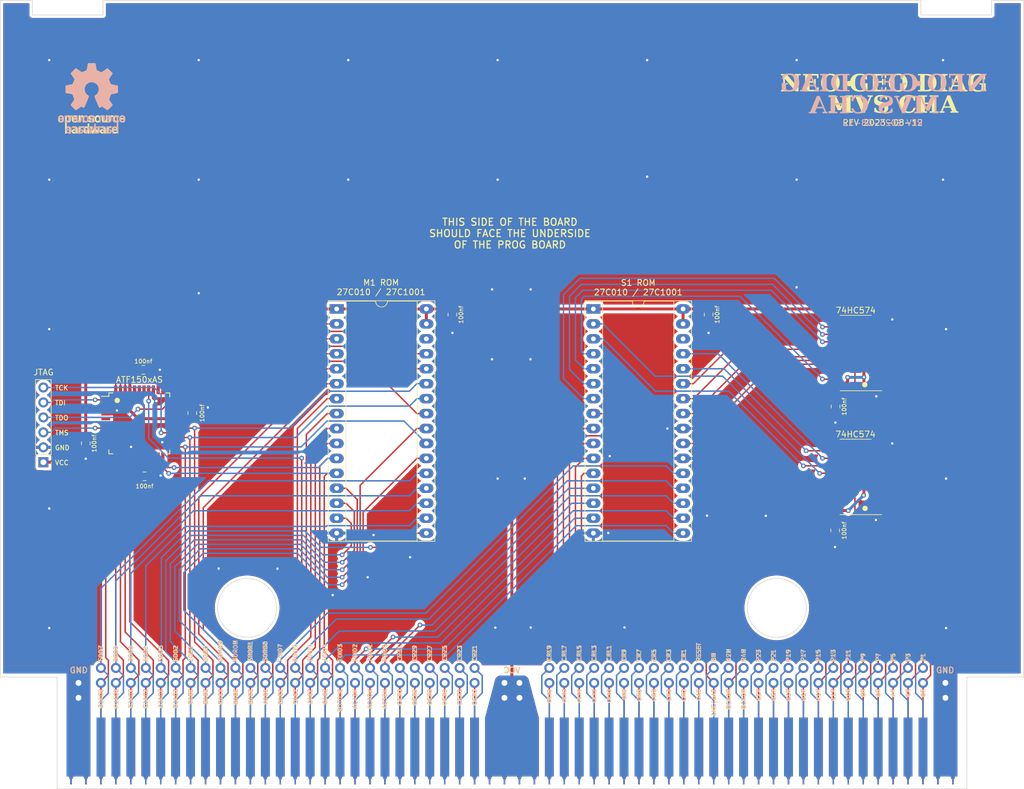
<source format=kicad_pcb>
(kicad_pcb (version 20221018) (generator pcbnew)
  (layers (0 "F.Cu" signal) (31 "B.Cu" signal) (34 "B.Paste" user) (35 "F.Paste" user) (36 "B.SilkS" user "B.Silkscreen") (37 "F.SilkS" user "F.Silkscreen") (38 "B.Mask" user) (39 "F.Mask" user) (44 "Edge.Cuts" user))
  (property "REV" "2023-08-12")
  (net 0 "")
  (net 1 "VCC")
  (net 2 "GND")
  (net 3 "P0")
  (net 4 "P2")
  (net 5 "P4")
  (net 6 "P6")
  (net 7 "P8")
  (net 8 "P10")
  (net 9 "P12")
  (net 10 "P14")
  (net 11 "P16")
  (net 12 "P18")
  (net 13 "P20")
  (net 14 "P22")
  (net 15 "PCK1B")
  (net 16 "PCK2B")
  (net 17 "SA16")
  (net 18 "CA4")
  (net 19 "CR0")
  (net 20 "CR2")
  (net 21 "CR4")
  (net 22 "CR6")
  (net 23 "CR8")
  (net 24 "CR10")
  (net 25 "CR12")
  (net 26 "CR14")
  (net 27 "CR16")
  (net 28 "CR18")
  (net 29 "CR20")
  (net 30 "CR22")
  (net 31 "CR24")
  (net 32 "CR26")
  (net 33 "CR28")
  (net 34 "CR30")
  (net 35 "NC39A")
  (net 36 "NC40A")
  (net 37 "NC41A")
  (net 38 "SLOTCS")
  (net 39 "SDA0")
  (net 40 "SDA1")
  (net 41 "SDA2")
  (net 42 "SDA3")
  (net 43 "SDA4")
  (net 44 "SDA5")
  (net 45 "SDA6")
  (net 46 "SDA7")
  (net 47 "SDA8")
  (net 48 "SDA9")
  (net 49 "SDA10")
  (net 50 "SDA11")
  (net 51 "SDA12")
  (net 52 "SDA13")
  (net 53 "SDA14")
  (net 54 "SDA15")
  (net 55 "P1")
  (net 56 "P3")
  (net 57 "P5")
  (net 58 "P7")
  (net 59 "P9")
  (net 60 "P11")
  (net 61 "P13")
  (net 62 "P15")
  (net 63 "P17")
  (net 64 "P19")
  (net 65 "P21")
  (net 66 "P23")
  (net 67 "24M")
  (net 68 "12M")
  (net 69 "8M")
  (net 70 "RESET")
  (net 71 "CR1")
  (net 72 "CR3")
  (net 73 "CR5")
  (net 74 "CR7")
  (net 75 "CR9")
  (net 76 "CR11")
  (net 77 "CR13")
  (net 78 "CR15")
  (net 79 "CR17")
  (net 80 "CR19")
  (net 81 "CR21")
  (net 82 "CR23")
  (net 83 "CR25")
  (net 84 "CR27")
  (net 85 "CR29")
  (net 86 "CR31")
  (net 87 "FIXD0")
  (net 88 "FIXD1")
  (net 89 "FIXD2")
  (net 90 "FIXD3")
  (net 91 "FIXD4")
  (net 92 "FIXD5")
  (net 93 "FIXD6")
  (net 94 "FIXD7")
  (net 95 "SDRD0")
  (net 96 "SRDR1")
  (net 97 "SDROM")
  (net 98 "SDMRD")
  (net 99 "SDD0")
  (net 100 "SDD1")
  (net 101 "SDD2")
  (net 102 "SDD3")
  (net 103 "SDD4")
  (net 104 "SDD5")
  (net 105 "SDD6")
  (net 106 "SDD7")
  (net 107 "M1_A11")
  (net 108 "M1_A12")
  (net 109 "M1_A13")
  (net 110 "M1_A14")
  (net 111 "M1_A15")
  (net 112 "M1_A16")
  (net 113 "SA15")
  (net 114 "SA12")
  (net 115 "SA7")
  (net 116 "SA6")
  (net 117 "SA5")
  (net 118 "SA4")
  (net 119 "SA3")
  (net 120 "SA2")
  (net 121 "SA1")
  (net 122 "SA0")
  (net 123 "SA10")
  (net 124 "SA11")
  (net 125 "SA9")
  (net 126 "SA8")
  (net 127 "SA13")
  (net 128 "SA14")
  (net 131 "TMS")
  (net 132 "TDO")
  (net 133 "TDI")
  (net 134 "TCK")
  (footprint "Package_DIP:DIP-32_W15.24mm_Socket_LongPads" (layer "F.Cu") (at 125.045993 77.851)
    (fp_text reference "U2" hide)
    (fp_text value "27C010 / 27C1001" hide)
  )
  (footprint "Symbol:OSHW-Logo_11.4x12mm_SilkScreen" (layer "F.Cu") (at 83.4 42.07)
    (fp_text reference "REF**" hide)
    (fp_text value "OSHW-Logo_11.4x12mm_SilkScreen" hide)
  )
  (footprint "Package_SO:SO-20_5.3x12.6mm_P1.27mm" (layer "F.Cu") (at 213.212493 106.4006 180)
    (fp_text reference "U5" hide)
    (fp_text value "74HC574")
  )
  (footprint "Package_DIP:DIP-32_W15.24mm_Socket_LongPads" (layer "F.Cu") (at 168.668993 77.851)
    (fp_text reference "U3" hide)
    (fp_text value "27C010 / 27C1001" hide)
  )
  (footprint "neogeo-diag:neogeo-mvs-a-side-edge" (layer "F.Cu") (at 156.100993 152.3)
    (fp_text reference "J1" hide)
    (fp_text value "neogeo-mvs-cha-a-side-edge" hide)
  )
  (footprint "neogeo-diag:neogeo-mvs-cha-edge-test-points" (layer "F.Cu") (at 229.760993 138.86 -90)
    (fp_text reference "J3" hide)
    (fp_text value "neogeo-mvs-cha-b-side-edge" hide)
  )
  (footprint "Capacitor_SMD:C_0805_2012Metric" (layer "F.Cu") (at 144.71 78.81 -90)
    (fp_text reference "C5" hide)
    (fp_text value "100nf")
  )
  (footprint "Package_QFP:TQFP-44_10x10mm_P0.8mm" (layer "F.Cu") (at 91.5058 97.295)
    (fp_text reference "U6" hide)
    (fp_text value "ATF1502AS-xAx44" hide)
  )
  (footprint "Capacitor_SMD:C_0805_2012Metric" (layer "F.Cu") (at 209.750993 115.49 -90)
    (fp_text reference "C1" hide)
    (fp_text value "100nf")
  )
  (footprint "Package_SO:SO-20_5.3x12.6mm_P1.27mm" (layer "F.Cu") (at 213.245993 85.344 180)
    (fp_text reference "U4" hide)
    (fp_text value "74HC574")
  )
  (footprint "Capacitor_SMD:C_0805_2012Metric" (layer "F.Cu") (at 209.816993 94.43 -90)
    (fp_text reference "C2" hide)
    (fp_text value "100nf")
  )
  (footprint "Capacitor_SMD:C_0805_2012Metric" (layer "F.Cu") (at 82.4 100.7 -90)
    (fp_text reference "C6" hide)
    (fp_text value "100nf")
  )
  (footprint "Capacitor_SMD:C_0805_2012Metric" (layer "F.Cu") (at 92.4 106.3)
    (fp_text reference "C7" hide)
    (fp_text value "100nf")
  )
  (footprint "neogeo-diag:neogeo-mvs-cha-edge-test-points" (layer "F.Cu") (at 229.760993 141.4 -90)
    (fp_text reference "J2" hide)
    (fp_text value "neogeo-mvs-cha-a-side-edge" hide)
  )
  (footprint "Connector_PinHeader_2.54mm:PinHeader_1x06_P2.54mm_Vertical" (layer "F.Cu") (at 75.2 103.9 180)
    (fp_text reference "J5" hide)
    (fp_text value "JTAG" hide)
  )
  (footprint "Capacitor_SMD:C_0805_2012Metric" (layer "F.Cu") (at 188.25 78.8 -90)
    (fp_text reference "C3" hide)
    (fp_text value "100nf")
  )
  (footprint "Capacitor_SMD:C_0805_2012Metric" (layer "F.Cu") (at 100.5 95.55 90)
    (fp_text reference "C8" hide)
    (fp_text value "100nf")
  )
  (footprint "Capacitor_SMD:C_0805_2012Metric" (layer "F.Cu") (at 92.2 88.2)
    (fp_text reference "C4" hide)
    (fp_text value "100nf")
  )
  (footprint "Symbol:OSHW-Logo_11.4x12mm_SilkScreen" (layer "B.Cu") (at 83.427434 42.07 180)
    (fp_text reference "REF**" hide)
    (fp_text value "OSHW-Logo_11.4x12mm_SilkScreen" hide)
  )
  (footprint "neogeo-diag:neogeo-mvs-b-side-edge" (layer "B.Cu") (at 153.560993 152.3 180)
    (fp_text reference "J4" hide)
    (fp_text value "neogeo-mvs-cha-b-side-edge" hide)
  )
  (gr_circle (center 223.9 39.54) (end 223.524973 39.54) (stroke (width 0.15)) (fill solid) (layer "B.SilkS"))
  (gr_circle (center 214.79 90.72) (end 215.165027 90.72) (stroke (width 0.15)) (fill solid) (layer "F.SilkS"))
  (gr_circle (center 87.75 93.4) (end 88.125027 93.4) (stroke (width 0.15)) (fill solid) (layer "F.SilkS"))
  (gr_circle (center 212.125027 39.56) (end 212.500054 39.56) (stroke (width 0.15)) (fill solid) (layer "F.SilkS"))
  (gr_circle (center 214.84 111.74) (end 215.215027 111.74) (stroke (width 0.15)) (fill solid) (layer "F.SilkS"))
  (gr_circle (center 199.830993 128.65) (end 204.830993 128.65) (stroke (width 0.1)) (fill none) (layer "Edge.Cuts"))
  (gr_line (start 241.78 140.4) (end 241.78 25.4) (stroke (width 0.1)) (layer "Edge.Cuts"))
  (gr_line (start 77.530993 140.4) (end 67.88 140.4) (stroke (width 0.1)) (layer "Edge.Cuts"))
  (gr_line (start 77.530993 159.4) (end 232.130993 159.4) (stroke (width 0.1)) (layer "Edge.Cuts"))
  (gr_line (start 77.530993 159.4) (end 77.530993 140.4) (stroke (width 0.1)) (layer "Edge.Cuts"))
  (gr_line (start 236.330993 25.4) (end 236.330993 27.9) (stroke (width 0.1)) (layer "Edge.Cuts"))
  (gr_line (start 73.330993 25.4) (end 73.330993 27.9) (stroke (width 0.1)) (layer "Edge.Cuts"))
  (gr_line (start 232.130993 140.4) (end 241.78 140.4) (stroke (width 0.1)) (layer "Edge.Cuts"))
  (gr_line (start 85.330993 27.9) (end 85.330993 25.4) (stroke (width 0.1)) (layer "Edge.Cuts"))
  (gr_circle (center 109.830993 128.65) (end 114.830993 128.65) (stroke (width 0.1)) (fill none) (layer "Edge.Cuts"))
  (gr_line (start 224.330993 27.9) (end 224.330993 25.4) (stroke (width 0.1)) (layer "Edge.Cuts"))
  (gr_line (start 236.330993 27.9) (end 224.330993 27.9) (stroke (width 0.1)) (layer "Edge.Cuts"))
  (gr_line (start 85.330993 25.4) (end 224.330993 25.4) (stroke (width 0.1)) (layer "Edge.Cuts"))
  (gr_line (start 241.78 25.4) (end 236.330993 25.4) (stroke (width 0.1)) (layer "Edge.Cuts"))
  (gr_line (start 73.330993 27.9) (end 85.330993 27.9) (stroke (width 0.1)) (layer "Edge.Cuts"))
  (gr_line (start 67.88 140.4) (end 67.88 25.4) (stroke (width 0.1)) (layer "Edge.Cuts"))
  (gr_line (start 232.130993 159.4) (end 232.130993 140.4) (stroke (width 0.1)) (layer "Edge.Cuts"))
  (gr_line (start 67.88 25.4) (end 73.330993 25.4) (stroke (width 0.1)) (layer "Edge.Cuts"))
  (gr_text "SDA12" (at 92.6092 145.762143 90) (layer "B.SilkS") (effects (font (size 0.7 0.7) (thickness 0.12)) (justify right mirror)))
  (gr_text "P2" (at 222.17 143.828809 90) (layer "B.SilkS") (effects (font (size 0.7 0.7) (thickness 0.12)) (justify right mirror)))
  (gr_text "CR21" (at 148.5 135.07 90) (layer "B.SilkS") (effects (font (size 0.7 0.7) (thickness 0.12)) (justify left mirror)))
  (gr_text "CR18" (at 161.19 144.8 90) (layer "B.SilkS") (effects (font (size 0.6 0.6) (thickness 0.11)) (justify right mirror)))
  (gr_text "SDA1" (at 120.5492 145.095476 90) (layer "B.SilkS") (effects (font (size 0.7 0.7) (thickness 0.12)) (justify right mirror)))
  (gr_text "SDROM" (at 107.84 134.203334 90) (layer "B.SilkS") (effects (font (size 0.7 0.7) (thickness 0.12)) (justify left mirror)))
  (gr_text "SDA5" (at 110.44 145.095476 90) (layer "B.SilkS") (effects (font (size 0.7 0.7) (thickness 0.12)) (justify right mirror)))
  (gr_text "PCK2B" (at 191.67 145.928809 90) (layer "B.SilkS") (effects (font (size 0.7 0.7) (thickness 0.12)) (justify right mirror)))
  (gr_text "CR8" (at 173.94 144.228571 90) (layer "B.SilkS") (effects (font (size 0.6 0.6) (thickness 0.11)) (justify right mirror)))
  (gr_text "NC39A" (at 133.2492 145.828809 90) (layer "B.SilkS") (effects (font (size 0.7 0.7) (thickness 0.12)) (justify right mirror)))
  (gr_text "P5" (at 219.62 136.436667 90) (layer "B.SilkS") (effects (font (size 0.7 0.7) (thickness 0.12)) (justify left mirror)))
  (gr_text "SDA2" (at 118.06 145.095476 90) (layer "B.SilkS") (effects (font (size 0.7 0.7) (thickness 0.12)) (justify right mirror)))
  (gr_text "SDA10" (at 97.6892 145.762143 90) (layer "B.SilkS") (effects (font (size 0.7 0.7) (thickness 0.12)) (justify right mirror)))
  (gr_text "SDA6" (at 107.9 145.095476 90) (layer "B.SilkS") (effects (font (size 0.7 0.7) (thickness 0.12)) (justify right mirror)))
  (gr_text "REV ${REV}" (at 217.84 46.23) (layer "B.SilkS") (effects (font (size 1 1)) (justify mirror)))
  (gr_text "MVS CHA" (at 227.48 45.09) (layer "B.SilkS") (effects (font (size 2.9 2.9) (thickness 0.58) bold) (justify left bottom mirror)))
  (gr_text "CR4" (at 178.97 144.528809 90) (layer "B.SilkS") (effects (font (size 0.7 0.7) (thickness 0.12)) (justify right mirror)))
  (gr_text "P11" (at 211.98 135.77 90) (layer "B.SilkS") (effects (font (size 0.7 0.7) (thickness 0.12)) (justify left mirror)))
  (gr_text "SDA13" (at 90.0692 145.762143 90) (layer "B.SilkS") (effects (font (size 0.7 0.7) (thickness 0.12)) (justify right mirror)))
  (gr_text "NC41A" (at 128.1692 145.828809 90) (layer "B.SilkS") (effects (font (size 0.7 0.7) (thickness 0.12)) (justify right mirror)))
  (gr_text "P16" (at 204.37 144.495476 90) (layer "B.SilkS") (effects (font (size 0.7 0.7) (thickness 0.12)) (justify right mirror)))
  (gr_text "CR26" (at 140.8692 145.195476 90) (layer "B.SilkS") (effects (font (size 0.7 0.7) (thickness 0.12)) (justify right mirror)))
  (gr_text "P18" (at 201.83 144.495476 90) (layer "B.SilkS") (effects (font (size 0.7 0.7) (thickness 0.12)) (justify right mirror)))
  (gr_text "P21" (at 199.28 135.77 90) (layer "B.SilkS") (effects (font (size 0.7 0.7) (thickness 0.12)) (justify left mirror)))
  (gr_text "SDA7" (at 105.36 145.095476 90) (layer "B.SilkS") (effects (font (size 0.7 0.7) (thickness 0.12)) (justify right mirror)))
  (gr_text "CR1" (at 184.04 135.736667 90) (layer "B.SilkS") (effects (font (size 0.7 0.7) (thickness 0.12)) (justify left mirror)))
  (gr_text "P7" (at 217.08 136.436667 90) (layer "B.SilkS") (effects (font (size 0.7 0.7) (thickness 0.12)) (justify left mirror)))
  (gr_text "SDA4" (at 112.98 145.095476 90) (layer "B.SilkS") (effects (font (size 0.7 0.7) (thickness 0.12)) (justify right mirror)))
  (gr_text "CR11" (at 171.34 135.07 90) (layer "B.SilkS") (effects (font (size 0.7 0.7) (thickness 0.12)) (justify left mirror)))
  (gr_text "CA4" (at 186.59 144.428809 90) (layer "B.SilkS") (effects (font (size 0.7 0.7) (thickness 0.12)) (justify right mirror)))
  (gr_text "CR19" (at 161.18 135.07 90) (layer "B.SilkS") (effects (font (size 0.7 0.7) (thickness 0.12)) (justify left mirror)))
  (gr_text "CR14" (at 166.27 144.8 90) (layer "B.SilkS") (effects (font (size 0.6 0.6) (thickness 0.11)) (justify right mirror)))
  (gr_text "NEO GEO DIAG\n" (at 218.01 41.35) (layer "B.SilkS") (effects (font (size 2.9 2.9) (thickness 0.556) bold) (justify bottom mirror)))
  (gr_text "GND" (at 228.44 139.25) (layer "B.SilkS") (effects (font (size 1 1)) (justify mirror)))
  (gr_text "FIXD7" (at 115.46 134.836667 90) (layer "B.SilkS") (effects (font (size 0.7 0.7) (thickness 0.12)) (justify left mirror)))
  (gr_text "RESET" (at 186.58 134.636668 90) (layer "B.SilkS") (effects (font (size 0.7 0.7) (thickness 0.12)) (justify left mirror)))
  (gr_text "P3" (at 222.16 136.436667 90) (layer "B.SilkS") (effects (font (size 0.7 0.7) (thickness 0.12)) (justify left mirror)))
  (gr_text "P9" (at 214.52 136.436667 90) (layer "B.SilkS") (effects (font (size 0.7 0.7) (thickness 0.12)) (justify left mirror)))
  (gr_text "SDD1" (at 100.22 135.07 90) (layer "B.SilkS") (effects (font (size 0.7 0.7) (thickness 0.12)) (justify left mirror)))
  (gr_text "FIXD6" (at 118 134.836667 90) (layer "B.SilkS") (effects (font (size 0.7 0.7) (thickness 0.12)) (justify left mirror)))
  (gr_text "CR6" (at 176.43 144.528809 90) (layer "B.SilkS") (effects (font (size 0.7 0.7) (thickness 0.12)) (justify right mirror)))
  (gr_text "P10" (at 211.99 144.495476 90) (layer "B.SilkS") (effects (font (size 0.7 0.7) (thickness 0.12)) (justify right mirror)))
  (gr_text "FIXD0" (at 133.24 134.836667 90) (layer "B.SilkS") (effects (font (size 0.7 0.7) (thickness 0.12)) (justify left mirror)))
  (gr_text "SDA15" (at 84.9892 145.762143 90) (layer "B.SilkS") (effects (font (size 0.7 0.7) (thickness 0.12)) (justify right mirror)))
  (gr_text "24M" (at 194.2 135.67 90) (layer "B.SilkS") (effects (font (size 0.7 0.7) (thickness 0.12)) (justify left mirror)))
  (gr_text "P22" (at 196.75 144.495476 90) (layer "B.SilkS") (effects (font (size 0.7 0.7) (thickness 0.12)) (justify right mirror)))
  (gr_text "SDA11" (at 95.1492 145.762143 90) (layer "B.SilkS") (effects (font (size 0.7 0.7) (thickness 0.12)) (justify right mirror)))
  (gr_text "SDRD0" (at 112.92 134.37 90) (layer "B.SilkS") (effects (font (size 0.7 0.7) (thickness 0.12)) (justify left mirror)))
  (gr_text "P13" (at 209.44 135.77 90) (layer "B.SilkS") (effects (font (size 0.7 0.7) (thickness 0.12)) (justify left mirror)))
  (gr_text "CR17" (at 163.72 135.07 90) (layer "B.SilkS") (effects (font (size 0.7 0.7) (thickness 0.12)) (justify left mirror)))
  (gr_text "CR5" (at 178.96 135.736667 90) (layer "B.SilkS") (effects (font (size 0.7 0.7) (thickness 0.12)) (justify left mirror)))
  (gr_text "FIXD1" (at 130.7 134.836667 90) (layer "B.SilkS") (effects (font (size 0.7 0.7) (thickness 0.12)) (justify left mirror)))
  (gr_text "CR7" (at 176.42 135.736667 90) (layer "B.SilkS") (effects (font (size 0.7 0.7) (thickness 0.12)) (justify left mirror)))
  (gr_text "FIXD2" (at 128.16 134.836667 90) (layer "B.SilkS") (effects (font (size 0.7 0.7) (thickness 0.12)) (justify left mirror)))
  (gr_text "P0" (at 224.71 143.828809 90) (layer "B.SilkS") (effects (font (size 0.7 0.7) (thickness 0.12)) (justify right mirror)))
  (gr_text "CR20" (at 148.5 145.195476 90) (layer "B.SilkS") (effects (font (size 0.7 0.7) (thickness 0.12)) (justify right mirror)))
  (gr_text "CR16" (at 163.73 144.8 90) (layer "B.SilkS") (effects (font (size 0.6 0.6) (thickness 0.11)) (justify right mirror)))
  (gr_text "CR3" (at 181.5 135.736667 90) (layer "B.SilkS") (effects (font (size 0.7 0.7) (thickness 0.12)) (justify left mirror)))
  (gr_text "SDA0" (at 123.0892 145.095476 90) (layer "B.SilkS") (effects (font (size 0.7 0.7) (thickness 0.12)) (justify right mirror)))
  (gr_text "CR12" (at 168.81 144.8 90) (layer "B.SilkS") (effects (font (size 0.6 0.6) (thickness 0.11)) (justify right mirror)))
  (gr_text "CR0" (at 184.05 144.528809 90) (layer "B.SilkS") (effects (font (size 0.7 0.7) (thickness 0.12)) (justify right mirror)))
  (gr_text "FIXD3" (at 125.62 134.836667 90) (layer "B.SilkS") (effects (font (size 0.7 0.7) (thickness 0.12)) (justify left mirror)))
  (gr_text "SDD5" (at 90.06 135.07 90) (layer "B.SilkS") (effects (font (size 0.7 0.7) (thickness 0.12)) (justify left mirror)))
  (gr_text "CR29" (at 138.32 135.07 90) (layer "B.SilkS") (effects (font (size 0.7 0.7) (thickness 0.12)) (justify left mirror)))
  (gr_text "SDD2" (at 97.68 135.07 90) (layer "B.SilkS") (effects (font (size 0.7 0.7) (thickness 0.12)) (justify left mirror)))
  (gr_text "SDA14" (at 87.58 145.762143 90) (layer "B.SilkS") (effects (font (size 0.7 0.7) (thickness 0.12)) (justify right mirror)))
  (gr_text "P4" (at 219.61 143.828809 90) (layer "B.SilkS") (effects (font (size 0.7 0.7) (thickness 0.12)) (justify right mirror)))
  (gr_text "P23" (at 196.74 135.77 90) (layer "B.SilkS") (effects (font (size 0.7 0.7) (thickness 0.12)) (justify left mirror)))
  (gr_text "CR2" (at 181.51 144.528809 90) (layer "B.SilkS") (effects (font (size 0.7 0.7) (thickness 0.12)) (justify right mirror)))
  (gr_text "SDA3" (at 115.52 145.095476 90) (layer "B.SilkS") (effects (font (size 0.7 0.7) (thickness 0.12)) (justify right mirror)))
  (gr_text "P1" (at 224.7 136.436667 90) (layer "B.SilkS") (effects (font (size 0.7 0.7) (thickness 0.12)) (justify left mirror)))
  (gr_text "CR9" (at 173.88 135.736667 90) (layer "B.SilkS") (effects (font (size 0.7 0.7) (thickness 0.12)) (justify left mirror)))
  (gr_text "FIXD5" (at 120.54 134.836667 90) (layer "B.SilkS") (effects (font (size 0.7 0.7) (thickness 0.12)) (justify left mirror)))
  (gr_text "SLOTCS" (at 125.6292 146.328809 90) (layer "B.SilkS") (effects (font (size 0.7 0.7) (thickness 0.12)) (justify right mirror)))
  (gr_text "P6" (at 217.07 143.828809 90) (layer "B.SilkS") (effects (font (size 0.7 0.7) (thickness 0.12)) (justify right mirror)))
  (gr_text "CR31" (at 135.78 135.07 90) (layer "B.SilkS") (effects (font (size 0.7 0.7) (thickness 0.12)) (justify left mirror)))
  (gr_text "12M" (at 191.66 135.67 90) (layer "B.SilkS") (effects (font (size 0.7 0.7) (thickness 0.12)) (justify left mirror)))
  (gr_text "CR13" (at 168.8 135.07 90) (layer "B.SilkS") (effects (font (size 0.7 0.7) (thickness 0.12)) (justify left mirror)))
  (gr_text "P12" (at 209.45 144.495476 90) (layer "B.SilkS") (effects (font (size 0.7 0.7) (thickness 0.12)) (justify right mirror)))
  (gr_text "SDD0" (at 102.76 135.07 90) (layer "B.SilkS") (effects (font (size 0.7 0.7) (thickness 0.12) bold) (justify left mirror)))
  (gr_text "8M" (at 189.12 136.336667 90) (layer "B.SilkS") (effects (font (size 0.7 0.7) (thickness 0.12)) (justify left mirror)))
  (gr_text "VCC" (at 154.85 139.23) (layer "B.SilkS") (effects (font (size 1 1)) (justify mirror)))
  (gr_text "FIXD4" (at 123.08 134.836667 90) (layer "B.SilkS") (effects (font (size 0.7 0.7) (thickness 0.12)) (justify left mirror)))
  (gr_text "CR27" (at 140.86 135.07 90) (layer "B.SilkS") (effects (font (size 0.7 0.7) (thickness 0.12)) (justify left mirror)))
  (gr_text "NC40A" (at 130.7092 145.828809 90) (layer "B.SilkS") (effects (font (size 0.7 0.7) (thickness 0.12)) (justify right mirror)))
  (gr_text "CR24" (at 143.42 145.195476 90) (layer "B.SilkS") (effects (font (size 0.7 0.7) (thickness 0.12)) (justify right mirror)))
  (gr_text "CR22" (at 145.96 145.195476 90) (layer "B.SilkS") (effects (font (size 0.7 0.7) (thickness 0.12)) (justify right mirror)))
  (gr_text "CR15" (at 166.26 135.07 90) (layer "B.SilkS") (effects (font (size 0.7 0.7) (thickness 0.12)) (justify left mirror)))
  (gr_text "CR23" (at 145.96 135.07 90) (layer "B.SilkS") (effects (font (size 0.7 0.7) (thickness 0.12)) (justify left mirror)))
  (gr_text "SDD4" (at 92.6 135.07 90) (layer "B.SilkS") (effects (font (size 0.7 0.7) (thickness 0.12)) (justify left mirror)))
  (gr_text "PCK1B" (at 194.21 145.928809 90) (layer "B.SilkS") (effects (font (size 0.7 0.7) (thickness 0.12)) (justify right mirror)))
  (gr_text "SDA9" (at 100.2292 145.095476 90) (layer "B.SilkS") (effects (font (size 0.7 0.7) (thickness 0.12)) (justify right mirror)))
  (gr_text "SA3|2H1" (at 189.13 147.12881 90) (layer "B.SilkS") (effects (font (size 0.7 0.7) (thickness 0.12)) (justify right mirror)))
  (gr_text "CR25" (at 143.4 135.07 90) (layer "B.SilkS") (effects (font (size 0.7 0.7) (thickness 0.12)) (justify left mirror)))
  (gr_text "P17" (at 204.36 135.77 90) (layer "B.SilkS") (effects (font (size 0.7 0.7) (thickness 0.12)) (justify left mirror)))
  (gr_text "CR28" (at 138.3292 145.195476 90) (layer "B.SilkS") (effects (font (size 0.7 0.7) (thickness 0.12)) (justify right mirror)))
  (gr_text "SDD6" (at 87.52 135.07 90) (layer "B.SilkS") (effects (font (size 0.7 0.7) (thickness 0.12)) (justify left mirror)))
  (gr_text "P19" (at 201.82 135.77 90) (layer "B.SilkS") (effects (font (size 0.7 0.7) (thickness 0.12)) (justify left mirror)))
  (gr_text "SDMRD" (at 105.3 134.23 90) (layer "B.SilkS") (effects (font (size 0.7 0.7) (thickness 0.12) bold) (justify left mirror)))
  (gr_text "CR30" (at 135.7892 145.195476 90) (layer "B.SilkS") (effects (font (size 0.7 0.7) (thickness 0.12)) (justify right mirror)))
  (gr_text "GND" (at 81.2 139.25) (layer "B.SilkS") (effects (font (size 1 1)) (justify mirror)))
  (gr_text "SDD3" (at 95.14 135.07 90) (layer "B.SilkS") (effects (font (size 0.7 0.7) (thickness 0.12)) (justify left mirror)))
  (gr_text "CR10" (at 171.35 144.8 90) (layer "B.SilkS") (effects (font (size 0.6 0.6) (thickness 0.11)) (justify right mirror)))
  (gr_text "SDA8" (at 102.7692 145.095476 90) (layer "B.SilkS") (effects (font (size 0.7 0.7) (thickness 0.12)) (justify right mirror)))
  (gr_text "P15" (at 206.9 135.77 90) (layer "B.SilkS") (effects (font (size 0.7 0.7) (thickness 0.12)) (justify left mirror)))
  (gr_text "P14" (at 206.91 144.495476 90) (layer "B.SilkS") (effects (font (size 0.7 0.7) (thickness 0.12)) (justify right mirror)))
  (gr_text "SRDR1" (at 110.38 134.37 90) (layer "B.SilkS") (effects (font (size 0.7 0.7) (thickness 0.12)) (justify left mirror)))
  (gr_text "P8" (at 214.53 143.828809 90) (layer "B.SilkS") (effects (font (size 0.7 0.7) (thickness 0.12)) (justify right mirror)))
  (gr_text "SDD7" (at 84.98 135.07 90) (layer "B.SilkS") (effects (font (size 0.7 0.7) (thickness 0.12)) (justify left mirror)))
  (gr_text "P20" (at 199.29 144.495476 90) (layer "B.SilkS") (effects (font (size 0.7 0.7) (thickness 0.12)) (justify right mirror)))
  (gr_text "SDA12" (at 92.6092 142.49 90) (layer "F.SilkS") (effects (font (size 0.7 0.7) (thickness 0.12)) (justify right)))
  (gr_text "CR29" (at 138.32 137.8 90) (layer "F.SilkS") (effects (font (size 0.7 0.7) (thickness 0.12)) (justify left)))
  (gr_text "CR22" (at 145.96 142.49 90) (layer "F.SilkS") (effects (font (size 0.7 0.7) (thickness 0.12)) (justify right)))
  (gr_text "SRDR1" (at 110.38 137.8 90) (layer "F.SilkS") (effects (font (size 0.7 0.7) (thickness 0.12)) (justify left)))
  (gr_text "SDA1" (at 120.5492 142.49 90) (layer "F.SilkS") (effects (font (size 0.7 0.7) (thickness 0.12)) (justify right)))
  (gr_text "RESET" (at 186.58 137.8 90) (layer "F.SilkS") (effects (font (size 0.7 0.7) (thickness 0.12)) (justify left)))
  (gr_text "SDA5" (at 110.44 142.49 90) (layer "F.SilkS") (effects (font (size 0.7 0.7) (thickness 0.12)) (justify right)))
  (gr_text "CR27" (at 140.86 137.8 90) (layer "F.SilkS") (effects (font (size 0.7 0.7) (thickness 0.12)) (justify left)))
  (gr_text "TDO" (at 77.1 96.83) (layer "F.SilkS") (effects (font (size 0.8 0.8) (thickness 0.14) bold) (justify left bottom)))
  (gr_text "P22" (at 196.75 142.46 90) (layer "F.SilkS") (effects (font (size 0.7 0.7) (thickness 0.12)) (justify right)))
  (gr_text "CR31" (at 135.78 137.8 90) (layer "F.SilkS") (effects (font (size 0.7 0.7) (thickness 0.12)) (justify left)))
  (gr_text "CR28" (at 138.3292 142.49 90) (layer "F.SilkS") (effects (font (size 0.7 0.7) (thickness 0.12)) (justify right)))
  (gr_text "VCC" (at 154.85 139.25) (layer "F.SilkS") (effects (font (size 1 1))))
  (gr_text "FIXD1" (at 130.7 137.8 90) (layer "F.SilkS") (effects (font (size 0.7 0.7) (thickness 0.12)) (justify left)))
  (gr_text "PCK2B" (at 191.67 142.46 90) (layer "F.SilkS") (effects (font (size 0.7 0.7) (thickness 0.12)) (justify right)))
  (gr_text "REV ${REV}" (at 217.83 46.19) (layer "F.SilkS") (effects (font (size 1 1))))
  (gr_text "SDD6" (at 87.52 137.8 90) (layer "F.SilkS") (effects (font (size 0.7 0.7) (thickness 0.12)) (justify left)))
  (gr_text "SDD2" (at 97.68 137.8 90) (layer "F.SilkS") (effects (font (size 0.7 0.7) (thickness 0.12)) (justify left)))
  (gr_text "SLOTCS" (at 125.6292 142.49 90) (layer "F.SilkS") (effects (font (size 0.7 0.7) (thickness 0.12)) (justify right)))
  (gr_text "P20" (at 199.29 142.46 90) (layer "F.SilkS") (effects (font (size 0.7 0.7) (thickness 0.12)) (justify right)))
  (gr_text "SDROM" (at 107.84 137.8 90) (layer "F.SilkS") (effects (font (size 0.7 0.7) (thickness 0.12)) (justify left)))
  (gr_text "P8" (at 214.53 142.46 90) (layer "F.SilkS") (effects (font (size 0.7 0.7) (thickness 0.12)) (justify right)))
  (gr_text "P5" (at 219.62 137.8 90) (layer "F.SilkS") (effects (font (size 0.7 0.7) (thickness 0.12)) (justify left)))
  (gr_text "P1" (at 224.7 137.8 90) (layer "F.SilkS") (effects (font (size 0.7 0.7) (thickness 0.12)) (justify left)))
  (gr_text "CR30" (at 135.7892 142.49 90) (layer "F.SilkS") (effects (font (size 0.7 0.7) (thickness 0.12)) (justify right)))
  (gr_text "CR10" (at 171.35 142.46 90) (layer "F.SilkS") (effects (font (size 0.6 0.6) (thickness 0.11)) (justify right)))
  (gr_text "SA3|2H1" (at 189.13 142.46 90) (layer "F.SilkS") (effects (font (size 0.7 0.7) (thickness 0.12)) (justify right)))
  (gr_text "FIXD6" (at 118 137.8 90) (layer "F.SilkS") (effects (font (size 0.7 0.7) (thickness 0.12)) (justify left)))
  (gr_text "VCC" (at 77.1 104.45) (layer "F.SilkS") (effects (font (size 0.8 0.8) (thickness 0.14) bold) (justify left bottom)))
  (gr_text "CR4" (at 178.97 142.46 90) (layer "F.SilkS") (effects (font (size 0.7 0.7) (thickness 0.12)) (justify right)))
  (gr_text "SDD7" (at 84.98 137.8 90) (layer "F.SilkS") (effects (font (size 0.7 0.7) (thickness 0.12)) (justify left)))
  (gr_text "SDA10" (at 97.6892 142.49 90) (layer "F.SilkS") (effects (font (size 0.7 0.7) (thickness 0.12)) (justify right)))
  (gr_text "P18" (at 201.83 142.46 90) (layer "F.SilkS") (effects (font (size 0.7 0.7) (thickness 0.12)) (justify right)))
  (gr_text "P23" (at 196.74 137.8 90) (layer "F.SilkS") (effects (font (size 0.7 0.7) (thickness 0.12)) (justify left)))
  (gr_text "P16" (at 204.37 142.46 90) (layer "F.SilkS") (effects (font (size 0.7 0.7) (thickness 0.12)) (justify right)))
  (gr_text "NC39A" (at 133.2492 142.49 90) (layer "F.SilkS") (effects (font (size 0.7 0.7) (thickness 0.12)) (justify right)))
  (gr_text "CR7" (at 176.42 137.8 90) (layer "F.SilkS") (effects (font (size 0.7 0.7) (thickness 0.12)) (justify left)))
  (gr_text "CR13" (at 168.8 137.8 90) (layer "F.SilkS") (effects (font (size 0.7 0.7) (thickness 0.12)) (justify left)))
  (gr_text "CR17" (at 163.72 137.8 90) (layer "F.SilkS") (effects (font (size 0.7 0.7) (thickness 0.12)) (justify left)))
  (gr_text "P10" (at 211.99 142.46 90) (layer "F.SilkS") (effects (font (size 0.7 0.7) (thickness 0.12)) (justify right)))
  (gr_text "P6" (at 217.07 142.46 90) (layer "F.SilkS") (effects (font (size 0.7 0.7) (thickness 0.12)) (justify right)))
  (gr_text "MVS CHA" (at 208.46 45) (layer "F.SilkS") (effects (font (size 2.9 2.9) (thickness 0.58) bold) (justify left bottom)))
  (gr_text "P21" (at 199.28 137.8 90) (layer "F.SilkS") (effects (font (size 0.7 0.7) (thickness 0.12)) (justify left)))
  (gr_text "CA4" (at 186.59 142.46 90) (layer "F.SilkS") (effects (font (size 0.7 0.7) (thickness 0.12)) (justify right)))
  (gr_text "CR23" (at 145.96 137.8 90) (layer "F.SilkS") (effects (font (size 0.7 0.7) (thickness 0.12)) (justify left)))
  (gr_text "CR19" (at 161.18 137.8 90) (layer "F.SilkS") (effects (font (size 0.7 0.7) (thickness 0.12)) (justify left)))
  (gr_text "P14" (at 206.91 142.46 90) (layer "F.SilkS") (effects (font (size 0.7 0.7) (thickness 0.12)) (justify right)))
  (gr_text "FIXD7" (at 115.46 137.8 90) (layer "F.SilkS") (effects (font (size 0.7 0.7) (thickness 0.12)) (justify left)))
  (gr_text "ATF150xAS" (at 87.45 90.45) (layer "F.SilkS") (effects (font (size 1 1)) (justify left bottom)))
  (gr_text "SDD3" (at 95.14 137.8 90) (layer "F.SilkS") (effects (font (size 0.7 0.7) (thickness 0.12)) (justify left)))
  (gr_text "SDD5" (at 90.06 137.8 90) (layer "F.SilkS") (effects (font (size 0.7 0.7) (thickness 0.12)) (justify left)))
  (gr_text "P17" (at 204.36 137.8 90) (layer "F.SilkS") (effects (font (size 0.7 0.7) (thickness 0.12)) (justify left)))
  (gr_text "CR3" (at 181.5 137.8 90) (layer "F.SilkS") (effects (font (size 0.7 0.7) (thickness 0.12)) (justify left)))
  (gr_text "CR12" (at 168.81 142.46 90) (layer "F.SilkS") (effects (font (size 0.6 0.6) (thickness 0.11)) (justify right)))
  (gr_text "PCK1B" (at 194.21 142.46 90) (layer "F.SilkS") (effects (font (size 0.7 0.7) (thickness 0.12)) (justify right)))
  (gr_text "THIS SIDE OF THE BOARD\nSHOULD FACE THE UNDERSIDE\nOF THE PROG BOARD" (at 154.48 67.65) (layer "F.SilkS") (effects (font (size 1.2 1.2) (thickness 0.2) bold) (justify bottom)))
  (gr_text "SDA11" (at 95.1492 142.49 90) (layer "F.SilkS") (effects (font (size 0.7 0.7) (thickness 0.12)) (justify right)))
  (gr_text "P12" (at 209.45 142.46 90) (layer "F.SilkS") (effects (font (size 0.7 0.7) (thickness 0.12)) (justify right)))
  (gr_text "CR11" (at 171.34 137.8 90) (layer "F.SilkS") (effects (font (size 0.7 0.7) (thickness 0.12)) (justify left)))
  (gr_text "CR6" (at 176.43 142.46 90) (layer "F.SilkS") (effects (font (size 0.7 0.7) (thickness 0.12)) (justify right)))
  (gr_text "SDA14" (at 87.58 142.49 90) (layer "F.SilkS") (effects (font (size 0.7 0.7) (thickness 0.12)) (justify right)))
  (gr_text "NEO GEO DIAG\n" (at 218.015027 41.37) (layer "F.SilkS") (effects (font (size 2.9 2.9) (thickness 0.556) bold) (justify bottom)))
  (gr_text "SDRD0" (at 112.92 137.8 90) (layer "F.SilkS") (effects (font (size 0.7 0.7) (thickness 0.12)) (justify left)))
  (gr_text "P2" (at 222.17 142.46 90) (layer "F.SilkS") (effects (font (size 0.7 0.7) (thickness 0.12)) (justify right)))
  (gr_text "P7" (at 217.08 137.8 90) (layer "F.SilkS") (effects (font (size 0.7 0.7) (thickness 0.12)) (justify left)))
  (gr_text "SDD0" (at 102.76 137.8 90) (layer "F.SilkS") (effects (font (size 0.7 0.7) (thickness 0.12) bold) (justify left)))
  (gr_text "SDA15" (at 84.9892 142.49 90) (layer "F.SilkS") (effects (font (size 0.7 0.7) (thickness 0.12)) (justify right)))
  (gr_text "CR14" (at 166.27 142.46 90) (layer "F.SilkS") (effects (font (size 0.6 0.6) (thickness 0.11)) (justify right)))
  (gr_text "M1 ROM\n27C010 / 27C1001" (at 132.59 75.57) (layer "F.SilkS") (effects (font (size 1 1)) (justify bottom)))
  (gr_text "FIXD0" (at 133.24 137.8 90) (layer "F.SilkS") (effects (font (size 0.7 0.7) (thickness 0.12)) (justify left)))
  (gr_text "8M" (at 189.12 137.8 90) (layer "F.SilkS") (effects (font (size 0.7 0.7) (thickness 0.12)) (justify left)))
  (gr_text "CR16" (at 163.73 142.46 90) (layer "F.SilkS") (effects (font (size 0.6 0.6) (thickness 0.11)) (justify right)))
  (gr_text "SDA13" (at 90.0692 142.49 90) (layer "F.SilkS") (effects (font (size 0.7 0.7) (thickness 0.12)) (justify right)))
  (gr_text "TMS" (at 77.1 99.37) (layer "F.SilkS") (effects (font (size 0.8 0.8) (thickness 0.14) bold) (justify left bottom)))
  (gr_text "NC40A" (at 130.7092 142.49 90) (layer "F.SilkS") (effects (font (size 0.7 0.7) (thickness 0.12)) (justify right)))
  (gr_text "S1 ROM\n27C010 / 27C1001" (at 176.29 75.6) (layer "F.SilkS") (effects (font (size 1 1)) (justify bottom)))
  (gr_text "P19" (at 201.82 137.8 90) (layer "F.SilkS") (effects (font (size 0.7 0.7) (thickness 0.12)) (justify left)))
  (gr_text "24M" (at 194.2 137.8 90) (layer "F.SilkS") (effects (font (size 0.7 0.7) (thickness 0.12)) (justify left)))
  (gr_text "JTAG" (at 73.45 89.2) (layer "F.SilkS") (effects (font (size 1 1)) (justify left bottom)))
  (gr_text "CR20" (at 148.5 142.49 90) (layer "F.SilkS") (effects (font (size 0.7 0.7) (thickness 0.12)) (justify right)))
  (gr_text "SDA9" (at 100.2292 142.49 90) (layer "F.SilkS") (effects (font (size 0.7 0.7) (thickness 0.12)) (justify right)))
  (gr_text "TDI" (at 77.1 94.29) (layer "F.SilkS") (effects (font (size 0.8 0.8) (thickness 0.14) bold) (justify left bottom)))
  (gr_text "FIXD3" (at 125.62 137.8 90) (layer "F.SilkS") (effects (font (size 0.7 0.7) (thickness 0.12)) (justify left)))
  (gr_text "P13" (at 209.44 137.8 90) (layer "F.SilkS") (effects (font (size 0.7 0.7) (thickness 0.12)) (justify left)))
  (gr_text "GND" (at 77.1 101.91) (layer "F.SilkS") (effects (font (size 0.8 0.8) (thickness 0.14) bold) (justify left bottom)))
  (gr_text "CR1" (at 184.04 137.8 90) (layer "F.SilkS") (effects (font (size 0.7 0.7) (thickness 0.12)) (justify left)))
  (gr_text "FIXD5" (at 120.54 137.8 90) (layer "F.SilkS") (effects (font (size 0.7 0.7) (thickness 0.12)) (justify left)))
  (gr_text "P9" (at 214.52 137.8 90) (layer "F.SilkS") (effects (font (size 0.7 0.7) (thickness 0.12)) (justify left)))
  (gr_text "SDD4" (at 92.6 137.8 90) (layer "F.SilkS") (effects (font (size 0.7 0.7) (thickness 0.12)) (justify left)))
  (gr_text "CR5" (at 178.96 137.8 90) (layer "F.SilkS") (effects (font (size 0.7 0.7) (thickness 0.12)) (justify left)))
  (gr_text "P15" (at 206.9 137.8 90) (layer "F.SilkS") (effects (font (size 0.7 0.7) (thickness 0.12)) (justify left)))
  (gr_text "SDA8" (at 102.7692 142.49 90) (layer "F.SilkS") (effects (font (size 0.7 0.7) (thickness 0.12)) (justify right)))
  (gr_text "CR21" (at 148.5 137.8 90) (layer "F.SilkS") (effects (font (size 0.7 0.7) (thickness 0.12)) (justify left)))
  (gr_text "SDD1" (at 100.22 137.8 90) (layer "F.SilkS") (effects (font (size 0.7 0.7) (thickness 0.12)) (justify left)))
  (gr_text "P0" (at 224.71 142.46 90) (layer "F.SilkS") (effects (font (size 0.7 0.7) (thickness 0.12)) (justify right)))
  (gr_text "CR24" (at 143.42 142.49 90) (layer "F.SilkS") (effects (font (size 0.7 0.7) (thickness 0.12)) (justify right)))
  (gr_text "SDA4" (at 112.98 142.49 90) (layer "F.SilkS") (effects (font (size 0.7 0.7) (thickness 0.12)) (justify right)))
  (gr_text "CR8" (at 173.94 142.46 90) (layer "F.SilkS") (effects (font (size 0.6 0.6) (thickness 0.11)) (justify right)))
  (gr_text "SDA2" (at 118.06 142.49 90) (layer "F.SilkS") (effects (font (size 0.7 0.7) (thickness 0.12)) (justify right)))
  (gr_text "FIXD2" (at 128.16 137.8 90) (layer "F.SilkS") (effects (font (size 0.7 0.7) (thickness 0.12)) (justify left)))
  (gr_text "CR2" (at 181.51 142.46 90) (layer "F.SilkS") (effects (font (size 0.7 0.7) (thickness 0.12)) (justify right)))
  (gr_text "P3" (at 222.16 137.8 90) (layer "F.SilkS") (effects (font (size 0.7 0.7) (thickness 0.12)) (justify left)))
  (gr_text "SDA6" (at 107.9 142.49 90) (layer "F.SilkS") (effects (font (size 0.7 0.7) (thickness 0.12)) (justify right)))
  (gr_text "CR9" (at 173.88 137.8 90) (layer "F.SilkS") (effects (font (size 0.7 0.7) (thickness 0.12)) (justify left)))
  (gr_text "P11" (at 211.98 137.8 90) (layer "F.SilkS") (effects (font (size 0.7 0.7) (thickness 0.12)) (justify left)))
  (gr_text "GND" (at 81.22 139.25) (layer "F.SilkS") (effects (font (size 1 1))))
  (gr_text "CR25" (at 143.4 137.8 90) (layer "F.SilkS") (effects (font (size 0.7 0.7) (thickness 0.12)) (justify left)))
  (gr_text "GND" (at 228.45 139.25) (layer "F.SilkS") (effects (font (size 1 1))))
  (gr_text "CR26" (at 140.8692 142.49 90) (layer "F.SilkS") (effects (font (size 0.7 0.7) (thickness 0.12)) (justify right)))
  (gr_text "FIXD4" (at 123.08 137.8 90) (layer "F.SilkS") (effects (font (size 0.7 0.7) (thickness 0.12)) (justify left)))
  (gr_text "CR18" (at 161.19 142.46 90) (layer "F.SilkS") (effects (font (size 0.6 0.6) (thickness 0.11)) (justify right)))
  (gr_text "NC41A" (at 128.1692 142.49 90) (layer "F.SilkS") (effects (font (size 0.7 0.7) (thickness 0.12)) (justify right)))
  (gr_text "CR15" (at 166.26 137.8 90) (layer "F.SilkS") (effects (font (size 0.7 0.7) (thickness 0.12)) (justify left)))
  (gr_text "SDA0" (at 123.0892 142.49 90) (layer "F.SilkS") (effects (font (size 0.7 0.7) (thickness 0.12)) (justify right)))
  (gr_text "SDA3" (at 115.52 142.49 90) (layer "F.SilkS") (effects (font (size 0.7 0.7) (thickness 0.12)) (justify right)))
  (gr_text "SDA7" (at 105.36 142.49 90) (layer "F.SilkS") (effects (font (size 0.7 0.7) (thickness 0.12)) (justify right)))
  (gr_text "SDMRD" (at 105.3 137.8 90) (layer "F.SilkS") (effects (font (size 0.7 0.7) (thickness 0.12) bold) (justify left)))
  (gr_text "12M" (at 191.66 137.8 90) (layer "F.SilkS") (effects (font (size 0.7 0.7) (thickness 0.12)) (justify left)))
  (gr_text "TCK" (at 77.1 91.75) (layer "F.SilkS") (effects (font (size 0.8 0.8) (thickness 0.14) bold) (justify left bottom)))
  (gr_text "P4" (at 219.61 142.46 90) (layer "F.SilkS") (effects (font (size 0.7 0.7) (thickness 0.12)) (justify right)))
  (gr_text "CR0" (at 184.05 142.46 90) (layer "F.SilkS") (effects (font (size 0.7 0.7) (thickness 0.12)) (justify right)))
  (segment (start 91.5 103) (end 91.5 106.25) (width 0.5) (layer "F.Cu") (net 1))
  (segment (start 140.285993 77.851) (end 154.85 77.851) (width 0.5) (layer "F.Cu") (net 1))
  (segment (start 209.783493 91.059) (end 210.981 91.059) (width 0.5) (layer "F.Cu") (net 1))
  (segment (start 211.975993 77.851) (end 183.908993 77.851) (width 0.5) (layer "F.Cu") (net 1))
  (segment (start 209.816993 93.48) (end 209.816993 91.0925) (width 0.5) (layer "F.Cu") (net 1))
  (segment (start 97.2 96.5) (end 100.45 96.5) (width 0.5) (layer "F.Cu") (net 1))
  (segment (start 183.908993 77.851) (end 183.908993 80.391) (width 0.5) (layer "F.Cu") (net 1))
  (segment (start 154.81 77.891) (end 154.85 77.851) (width 0.5) (layer "F.Cu") (net 1))
  (segment (start 209.749993 114.539) (end 209.750993 114.54) (width 0.5) (layer "F.Cu") (net 1))
  (segment (start 91.5 103) (end 91.5 99.7) (width 0.5) (layer "F.Cu") (net 1))
  (segment (start 89.9 91.6) (end 89.9 89.55) (width 0.5) (layer "F.Cu") (net 1))
  (segment (start 154.85 77.851) (end 168.668993 77.851) (width 0.5) (layer "F.Cu") (net 1))
  (segment (start 91.3 96.5) (end 97.2 96.5) (width 0.5) (layer "F.Cu") (net 1))
  (segment (start 211.98 112.13) (end 211.9656 112.1156) (width 0.5) (layer "F.Cu") (net 1))
  (segment (start 214.642993 80.518) (end 211.975993 77.851) (width 0.5) (layer "F.Cu") (net 1))
  (segment (start 100.45 96.5) (end 100.5 96.55) (width 0.5) (layer "F.Cu") (net 1))
  (segment (start 91.5 96.7) (end 91.3 96.5) (width 0.5) (layer "F.Cu") (net 1))
  (segment (start 91.5 99.7) (end 91.5 96.7) (width 0.5) (layer "F.Cu") (net 1))
  (segment (start 89.9 91.6) (end 89.9 95.1) (width 0.5) (layer "F.Cu") (net 1))
  (segment (start 140.285993 77.851) (end 140.285993 80.391) (width 0.5) (layer "F.Cu") (net 1))
  (segment (start 82.4 86.1) (end 82.4 99.7) (width 0.5) (layer "F.Cu") (net 1))
  (segment (start 140.285993 77.851) (end 125.045993 77.851) (width 0.5) (layer "F.Cu") (net 1))
  (segment (start 168.668993 77.851) (end 183.908993 77.851) (width 0.5) (layer "F.Cu") (net 1))
  (segment (start 154.81 141.37) (end 154.81 77.891) (width 0.5) (layer "F.Cu") (net 1))
  (segment (start 214.584 109.52) (end 214.642993 109.461007) (width 0.5) (layer "F.Cu") (net 1))
  (segment (start 82.4 99.75) (end 80.65 99.75) (width 0.5) (layer "F.Cu") (net 1))
  (segment (start 125.045993 77.851) (end 90.649 77.851) (width 0.5) (layer "F.Cu") (net 1))
  (segment (start 214.642993 109.461007) (end 214.642993 80.518) (width 0.5) (layer "F.Cu") (net 1))
  (segment (start 85.75 99.75) (end 85.8 99.7) (width 0.5) (layer "F.Cu") (net 1))
  (segment (start 209.816993 91.0925) (end 209.783493 91.059) (width 0.5) (layer "F.Cu") (net 1))
  (segment (start 85.8 99.7) (end 91.5 99.7) (width 0.5) (layer "F.Cu") (net 1))
  (segment (start 210.981 91.059) (end 211.88 90.16) (width 0.5) (layer "F.Cu") (net 1))
  (segment (start 76.5 103.9) (end 75.2 103.9) (width 0.5) (layer "F.Cu") (net 1))
  (segment (start 82.4 99.75) (end 85.75 99.75) (width 0.5) (layer "F.Cu") (net 1))
  (segment (start 211.9656 112.1156) (end 209.749993 112.1156) (width 0.5) (layer "F.Cu") (net 1))
  (segment (start 90.649 77.851) (end 82.4 86.1) (width 0.5) (layer "F.Cu") (net 1))
  (segment (start 89.9 89.55) (end 91.25 88.2) (width 0.5) (layer "F.Cu") (net 1))
  (segment (start 89.9 95.1) (end 91.3 96.5) (width 0.5) (layer "F.Cu") (net 1))
  (segment (start 211.88 90.16) (end 211.88 89.48) (width 0.5) (layer "F.Cu") (net 1))
  (segment (start 209.749993 112.1156) (end 209.749993 114.539) (width 0.5) (layer "F.Cu") (net 1))
  (segment (start 80.65 99.75) (end 76.5 103.9) (width 0.5) (layer "F.Cu") (net 1))
  (via (at 211.98 112.13) (size 0.8) (drill 0.4) (layers "F.Cu" "B.Cu") (net 1))
  (via (at 211.88 89.48) (size 0.8) (drill 0.4) (layers "F.Cu" "B.Cu") (net 1))
  (via (at 214.642993 89.45) (size 0.8) (drill 0.4) (layers "F.Cu" "B.Cu") (net 1))
  (via (at 214.584 109.52) (size 0.8) (drill 0.4) (layers "F.Cu" "B.Cu") (net 1))
  (segment (start 214.612993 89.48) (end 214.642993 89.45) (width 0.5) (layer "B.Cu") (net 1))
  (segment (start 211.98 112.124) (end 211.98 112.13) (width 0.5) (layer "B.Cu") (net 1))
  (segment (start 211.88 89.48) (end 214.612993 89.48) (width 0.5) (layer "B.Cu") (net 1))
  (segment (start 214.584 109.52) (end 211.98 112.124) (width 0.5) (layer "B.Cu") (net 1))
  (segment (start 87.7 95.1) (end 87.8 95.1) (width 0.5) (layer "F.Cu") (net 2))
  (segment (start 171.009 115.951) (end 171.01 115.95) (width 0.5) (layer "F.Cu") (net 2))
  (segment (start 93.15 88.2) (end 95 88.2) (width 0.5) (layer "F.Cu") (net 2))
  (segment (start 90.7 101.9) (end 90.1 101.3) (width 0.5) (layer "F.Cu") (net 2))
  (segment (start 87.8 95.1) (end 87.7 95.2) (width 0.5) (layer "F.Cu") (net 2))
  (segment (start 90.7 103) (end 90.7 101.9) (width 0.5) (layer "F.Cu") (net 2))
  (segment (start 87.7 95.2) (end 87.7 95.1) (width 0.5) (layer "F.Cu") (net 2))
  (segment (start 103.139 94.6) (end 103.1494 94.5896) (width 0.5) (layer "F.Cu") (net 2))
  (segment (start 125.045993 115.951) (end 125.045993 118.032007) (width 0.5) (layer "F.Cu") (net 2))
  (segment (start 85.8 95.7) (end 87.2 95.7) (width 0.5) (layer "F.Cu") (net 2))
  (segment (start 168.668993 115.951) (end 171.009 115.951) (width 0.5) (layer "F.Cu") (net 2))
  (segment (start 93.9 93) (end 94.4 93.5) (width 0.5) (layer "F.Cu") (net 2))
  (segment (start 93.9 91.6) (end 93.9 93) (width 0.5) (layer "F.Cu") (net 2))
  (segment (start 94.4 93.5) (end 94.302082 93.5) (width 0.5) (layer "F.Cu") (net 2))
  (segment (start 94.4 93.5) (end 94.4 93.3755) (width 0.5) (layer "F.Cu") (net 2))
  (segment (start 97.2 100.5) (end 95.4 100.5) (width 0.5) (layer "F.Cu") (net 2))
  (segment (start 216.674993 112.1156) (end 216.674993 113.714) (width 0.5) (layer "F.Cu") (net 2))
  (segment (start 100.5 94.6) (end 103.139 94.6) (width 0.5) (layer "F.Cu") (net 2))
  (segment (start 87.2 95.7) (end 87.7 95.2) (width 0.5) (layer "F.Cu") (net 2))
  (segment (start 183.908993 98.171) (end 181.2544 98.171) (width 0.5) (layer "F.Cu") (net 2))
  (segment (start 216.674993 113.714) (end 216.680993 113.72) (width 0.5) (layer "F.Cu") (net 2))
  (via (at 171.196 115.92) (size 0.8) (drill 0.4) (layers "F.Cu" "B.Cu") (net 2))
  (via (at 151.44 86.4) (size 0.8) (drill 0.4) (layers "F.Cu" "B.Cu") (net 2))
  (via (at 87.7 95.1) (size 0.8) (drill 0.4) (layers "F.Cu" "B.Cu") (net 2))
  (via (at 76.2 81.28) (size 0.8) (drill 0.4) (layers "F.Cu" "B.Cu") (net 2))
  (via (at 103.1494 94.5896) (size 0.8) (drill 0.4) (layers "F.Cu" "B.Cu") (net 2))
  (via (at 203.2 74.168) (size 0.8) (drill 0.4) (layers "F.Cu" "B.Cu") (net 2))
  (via (at 101.6 55.88) (size 0.8) (drill 0.4) (layers "F.Cu" "B.Cu") (net 2))
  (via (at 94.4 93.5) (size 0.8) (drill 0.4) (layers "F.Cu" "B.Cu") (net 2))
  (via (at 151.45 74.53) (size 0.8) (drill 0.4) (layers "F.Cu" "B.Cu") (net 2))
  (via (at 130.302 123.444) (size 0.8) (drill 0.4) (layers "F.Cu" "B.Cu") (net 2))
  (via (at 219.456 100.711) (size 0.8) (drill 0.4) (layers "F.Cu" "B.Cu") (net 2))
  (via (at 157.01 106.68) (size 0.8) (drill 0.4) (layers "F.Cu" "B.Cu") (net 2))
  (via (at 131.31 116.27) (size 0.8) (drill 0.4) (layers "F.Cu" "B.Cu") (net 2))
  (via (at 158.02 131.99) (size 0.8) (drill 0.4) (layers "F.Cu" "B.Cu") (net 2))
  (via (at 216.680993 113.72) (size 0.8) (drill 0.4) (layers "F.Cu" "B.Cu") (net 2))
  (via (at 82.4 103.3) (size 0.8) (drill 0.4) (layers "F.Cu" "B.Cu") (net 2))
  (via (at 90.1 101.3) (size 0.8) (drill 0.4) (layers "F.Cu" "B.Cu") (net 2))
  (via (at 187.98 112.98) (size 0.8) (drill 0.4) (layers "F.Cu" "B.Cu") (net 2))
  (via (at 76.2 132.08) (size 0.8) (drill 0.4) (layers "F.Cu" "B.Cu") (net 2))
  (via (at 177.8 35.56) (size 0.8) (drill 0.4) (layers "F.Cu" "B.Cu") (net 2))
  (via (at 95.4 100.5) (size 0.8) (drill 0.4) (layers "F.Cu" "B.Cu") (net 2))
  (via (at 188.24 81.92) (size 0.8) (drill 0.4) (layers "F.Cu" "B.Cu") (net 2))
  (via (at 152.4 35.56) (size 0.8) (drill 0.4) (layers "F.Cu" "B.Cu") (net 2))
  (via (at 203.2 55.88) (size 0.8) (drill 0.4) (layers "F.Cu" "B.Cu") (net 2))
  (via (at 228.6 81.28) (size 0.8) (drill 0.4) (layers "F.Cu" "B.Cu") (net 2))
  (via (at 152.4 55.88) (size 0.8) (drill 0.4) (layers "F.Cu" "B.Cu") (net 2))
  (via (at 76.2 35.56) (size 0.8) (drill 0.4) (layers "F.Cu" "B.Cu") (net 2))
  (via (at 171.45 102.87) (size 0.8) (drill 0.4) (layers "F.Cu" "B.Cu") (net 2))
  (via (at 228.6 132.08) (size 0.8) (drill 0.4) (layers "F.Cu" "B.Cu") (net 2))
  (via (at 95 88.2) (size 0.8) (drill 0.4) (layers "F.Cu" "B.Cu") (net 2))
  (via (at 181.2544 98.171) (size 0.8) (drill 0.4) (layers "F.Cu" "B.Cu") (net 2))
  (via (at 76.2 111.76) (size 0.8) (drill 0.4) (layers "F.Cu" "B.Cu") (net 2))
  (via (at 95.123 106.172) (size 0.8) (drill 0.4) (layers "F.Cu" "B.Cu") (net 2))
  (via (at 104.98 121.98) (size 0.8) (drill 0.4) (layers "F.Cu" "B.Cu") (net 2))
  (via (at 152.4 106.68) (size 0.8) (drill 0.4) (layers "F.Cu" "B.Cu") (net 2))
  (via (at 209.730993 118.31) (size 0.8) (drill 0.4) (layers "F.Cu" "B.Cu") (net 2))
  (via (at 228.092 35.56) (size 0.8) (drill 0.4) (layers "F.Cu" "B.Cu") (net 2))
  (via (at 216.750993 92.7) (size 0.8) (drill 0.4) (layers "F.Cu" "B.Cu") (net 2))
  (via (at 152 132.01) (size 0.8) (drill 0.4) (layers "F.Cu" "B.Cu") (net 2))
  (via (at 219.456 79.629) (size 0.8) (drill 0.4) (layers "F.Cu" "B.Cu") (net 2))
  (via (at 177.8 55.372) (size 0.8) (drill 0.4) (layers "F.Cu" "B.Cu") (net 2))
  (via (at 203.2 35.56) (size 0.8) (drill 0.4) (layers "F.Cu" "B.Cu") (net 2))
  (via (at 197.97 113.01) (size 0.8) (drill 0.4) (layers "F.Cu" "B.Cu") (net 2))
  (via (at 127 35.56) (size 0.8) (drill 0.4) (layers "F.Cu" "B.Cu") (net 2))
  (via (at 137.520993 120.04) (size 0.8) (drill 0.4) (layers "F.Cu" "B.Cu") (net 2))
  (via (at 114.98 122) (size 0.8) (drill 0.4) (layers "F.Cu" "B.Cu") (net 2))
  (via (at 76.2 55.88) (size 0.8) (drill 0.4) (layers "F.Cu" "B.Cu") (net 2))
  (via (at 228.6 106.68) (size 0.8) (drill 0.4) (layers "F.Cu" "B.Cu") (net 2))
  (via (at 173.96 131.98) (size 0.8) (drill 0.4) (layers "F.Cu" "B.Cu") (net 2))
  (via (at 101.6 35.56) (size 0.8) (drill 0.4) (layers "F.Cu" "B.Cu") (net 2))
  (via (at 158 74.53) (size 0.8) (drill 0.4) (layers "F.Cu" "B.Cu") (net 2))
  (via (at 157.97 86.4) (size 0.8) (drill 0.4) (layers "F.Cu" "B.Cu") (net 2))
  (via (at 144.71 81.92) (size 0.8) (drill 0.4) (layers "F.Cu" "B.Cu") (net 2))
  (via (at 228.092 55.88) (size 0.8) (drill 0.4) (layers "F.Cu" "B.Cu") (net 2))
  (via (at 124.370993 126.48) (size 0.8) (drill 0.4) (layers "F.Cu" "B.Cu") (net 2))
  (via (at 209.800993 97.16) (size 0.8) (drill 0.4) (layers "F.Cu" "B.Cu") (net 2))
  (via (at 127 55.88) (size 0.8) (drill 0.4) (layers "F.Cu" "B.Cu") (net 2))
  (via (at 101.6 75.184) (size 0.8) (drill 0.4) (layers "F.Cu" "B.Cu") (net 2))
  (segment (start 225.971393 140.1096) (end 224.680993 141.4) (width 0.25) (layer "F.Cu") (net 3))
  (segment (start 218.392393 80.899) (end 225.971393 88.478) (width 0.25) (layer "F.Cu") (net 3))
  (segment (start 225.971393 88.478) (end 225.971393 140.1096) (width 0.25) (layer "F.Cu") (net 3))
  (segment (start 216.995993 80.899) (end 218.392393 80.899) (width 0.25) (layer "F.Cu") (net 3))
  (segment (start 224.680993 141.4) (end 224.680993 152.3) (width 0.25) (layer "F.Cu") (net 3))
  (segment (start 224.955393 135.978607) (end 223.410993 137.523007) (width 0.25) (layer "F.Cu") (net 4))
  (segment (start 222.140993 141.4) (end 222.140993 152.3) (width 0.25) (layer "F.Cu") (net 4))
  (segment (start 223.410993 140.13) (end 222.140993 141.4) (width 0.25) (layer "F.Cu") (net 4))
  (segment (start 216.995993 83.439) (end 218.478393 83.439) (width 0.25) (layer "F.Cu") (net 4))
  (segment (start 223.410993 137.523007) (end 223.410993 140.13) (width 0.25) (layer "F.Cu") (net 4))
  (segment (start 224.955393 89.916) (end 224.955393 135.978607) (width 0.25) (layer "F.Cu") (net 4))
  (segment (start 218.478393 83.439) (end 224.955393 89.916) (width 0.25) (layer "F.Cu") (net 4))
  (segment (start 223.939393 91.536) (end 223.939393 134.454607) (width 0.25) (layer "F.Cu") (net 5))
  (segment (start 218.382393 85.979) (end 223.939393 91.536) (width 0.25) (layer "F.Cu") (net 5))
  (segment (start 220.860993 140.14) (end 219.600993 141.4) (width 0.25) (layer "F.Cu") (net 5))
  (segment (start 220.860993 137.533007) (end 220.860993 140.14) (width 0.25) (layer "F.Cu") (net 5))
  (segment (start 223.939393 134.454607) (end 220.860993 137.533007) (width 0.25) (layer "F.Cu") (net 5))
  (segment (start 216.995993 85.979) (end 218.382393 85.979) (width 0.25) (layer "F.Cu") (net 5))
  (segment (start 219.600993 141.4) (end 219.600993 152.3) (width 0.25) (layer "F.Cu") (net 5))
  (segment (start 218.330993 137.523007) (end 218.330993 140.13) (width 0.25) (layer "F.Cu") (net 6))
  (segment (start 217.060993 141.4) (end 217.060993 152.3) (width 0.25) (layer "F.Cu") (net 6))
  (segment (start 218.330993 140.13) (end 217.060993 141.4) (width 0.25) (layer "F.Cu") (net 6))
  (segment (start 222.923393 93.1164) (end 222.923393 132.930607) (width 0.25) (layer "F.Cu") (net 6))
  (segment (start 222.923393 132.930607) (end 218.330993 137.523007) (width 0.25) (layer "F.Cu") (net 6))
  (segment (start 216.995993 88.519) (end 218.325993 88.519) (width 0.25) (layer "F.Cu") (net 6))
  (segment (start 218.325993 88.519) (end 222.923393 93.1164) (width 0.25) (layer "F.Cu") (net 6))
  (segment (start 215.780993 140.14) (end 215.780993 137.533007) (width 0.25) (layer "F.Cu") (net 7))
  (segment (start 214.520993 141.4) (end 215.780993 140.14) (width 0.25) (layer "F.Cu") (net 7))
  (segment (start 214.520993 141.4) (end 214.520993 152.3) (width 0.25) (layer "F.Cu") (net 7))
  (segment (start 221.907393 105.663) (end 218.199993 101.9556) (width 0.25) (layer "F.Cu") (net 7))
  (segment (start 218.199993 101.9556) (end 216.962493 101.9556) (width 0.25) (layer "F.Cu") (net 7))
  (segment (start 221.907393 131.406607) (end 221.907393 105.663) (width 0.25) (layer "F.Cu") (net 7))
  (segment (start 215.780993 137.533007) (end 221.907393 131.406607) (width 0.25) (layer "F.Cu") (net 7))
  (segment (start 211.980993 141.4) (end 211.980993 152.3) (width 0.25) (layer "F.Cu") (net 8))
  (segment (start 213.240993 137.533007) (end 220.891393 129.882607) (width 0.25) (layer "F.Cu") (net 8))
  (segment (start 220.891393 107.061) (end 218.325993 104.4956) (width 0.25) (layer "F.Cu") (net 8))
  (segment (start 218.200993 104.4966) (end 218.199993 104.4956) (width 0.25) (layer "F.Cu") (net 8))
  (segment (start 211.980993 141.4) (end 213.240993 140.14) (width 0.25) (layer "F.Cu") (net 8))
  (segment (start 218.325993 104.4956) (end 218.199993 104.4956) (width 0.25) (layer "F.Cu") (net 8))
  (segment (start 220.891393 129.882607) (end 220.891393 107.061) (width 0.25) (layer "F.Cu") (net 8))
  (segment (start 218.199993 104.4956) (end 216.674993 104.4956) (width 0.25) (layer "F.Cu") (net 8))
  (segment (start 213.240993 140.14) (end 213.240993 137.533007) (width 0.25) (layer "F.Cu") (net 8))
  (segment (start 209.440993 141.4) (end 209.440993 152.3) (width 0.25) (layer "F.Cu") (net 9))
  (segment (start 219.875393 128.358607) (end 219.875393 108.585) (width 0.25) (layer "F.Cu") (net 9))
  (segment (start 219.875393 108.585) (end 218.325993 107.0356) (width 0.25) (layer "F.Cu") (net 9))
  (segment (start 210.720993 140.12) (end 210.720993 137.513007) (width 0.25) (layer "F.Cu") (net 9))
  (segment (start 218.325993 107.0356) (end 216.962493 107.0356) (width 0.25) (layer "F.Cu") (net 9))
  (segment (start 209.440993 141.4) (end 210.720993 140.12) (width 0.25) (layer "F.Cu") (net 9))
  (segment (start 210.720993 137.513007) (end 219.875393 128.358607) (width 0.25) (layer "F.Cu") (net 9))
  (segment (start 218.859393 110.245) (end 218.859393 120.396) (width 0.25) (layer "F.Cu") (net 10))
  (segment (start 218.189993 109.5756) (end 218.859393 110.245) (width 0.25) (layer "F.Cu") (net 10))
  (segment (start 218.859393 120.396) (end 218.859393 126.898107) (width 0.25) (layer "F.Cu") (net 10))
  (segment (start 218.859393 126.898107) (end 218.47175 127.28575) (width 0.25) (layer "F.Cu") (net 10))
  (segment (start 218.47175 127.28575) (end 208.170993 137.586507) (width 0.25) (layer "F.Cu") (net 10))
  (segment (start 206.900993 141.4) (end 206.900993 152.3) (width 0.25) (layer "F.Cu") (net 10))
  (segment (start 208.170993 137.586507) (end 208.170993 140.13) (width 0.25) (layer "F.Cu") (net 10))
  (segment (start 208.170993 140.13) (end 206.900993 141.4) (width 0.25) (layer "F.Cu") (net 10))
  (segment (start 216.962493 109.5756) (end 218.189993 109.5756) (width 0.25) (layer "F.Cu") (net 10))
  (segment (start 204.360993 141.4) (end 204.360993 152.3) (width 0.25) (layer "F.Cu") (net 11))
  (segment (start 201.820993 141.4) (end 201.820993 152.3) (width 0.25) (layer "F.Cu") (net 12))
  (segment (start 199.280993 141.4) (end 199.280993 152.3) (width 0.25) (layer "F.Cu") (net 13))
  (segment (start 196.740993 141.4) (end 196.740993 152.3) (width 0.25) (layer "F.Cu") (net 14))
  (segment (start 194.200993 141.4) (end 194.200993 152.3) (width 0.25) (layer "F.Cu") (net 15))
  (segment (start 213.017393 100.6856) (end 213.118993 100.584) (width 0.25) (layer "F.Cu") (net 16))
  (segment (start 210.960993 79.63) (end 213.118993 81.788) (width 0.25) (layer "F.Cu") (net 16))
  (segment (start 213.118993 130.035007) (end 213.118993 99.71) (width 0.25) (layer "F.Cu") (net 16))
  (segment (start 209.749993 100.6856) (end 213.017393 100.6856) (width 0.25) (layer "F.Cu") (net 16))
  (segment (start 205.994 137.16) (end 213.118993 130.035007) (width 0.25) (layer "F.Cu") (net 16))
  (segment (start 213.118993 99.71) (end 213.118993 100.584) (width 0.25) (layer "F.Cu") (net 16))
  (segment (start 191.660993 141.4) (end 192.900993 140.16) (width 0.25) (layer "F.Cu") (net 16))
  (segment (start 193.560993 137.16) (end 205.994 137.16) (width 0.25) (layer "F.Cu") (net 16))
  (segment (start 192.900993 140.16) (end 192.900993 137.82) (width 0.25) (layer "F.Cu") (net 16))
  (segment (start 209.784493 79.63) (end 210.960993 79.63) (width 0.25) (layer "F.Cu") (net 16))
  (segment (start 191.660993 141.4) (end 191.660993 152.3) (width 0.25) (layer "F.Cu") (net 16))
  (segment (start 192.900993 137.82) (end 193.560993 137.16) (width 0.25) (layer "F.Cu") (net 16))
  (segment (start 213.118993 81.788) (end 213.118993 94.742) (width 0.25) (layer "F.Cu") (net 16))
  (segment (start 213.118993 94.742) (end 213.118993 99.71) (width 0.25) (layer "F.Cu") (net 16))
  (segment (start 207.1544 105.7656) (end 207.13 105.79) (width 0.25) (layer "F.Cu") (net 17))
  (segment (start 209.749993 105.7656) (end 207.1544 105.7656) (width 0.25) (layer "F.Cu") (net 17))
  (via (at 207.13 105.79) (size 0.8) (drill 0.4) (layers "F.Cu" "B.Cu") (net 17))
  (segment (start 190.616 89.27) (end 207.13 105.784) (width 0.25) (layer "B.Cu") (net 17))
  (segment (start 179.18 89.28) (end 184.65 89.28) (width 0.25) (layer "B.Cu") (net 17))
  (segment (start 170.291 80.391) (end 179.18 89.28) (width 0.25) (layer "B.Cu") (net 17))
  (segment (start 184.65 89.28) (end 184.66 89.27) (width 0.25) (layer "B.Cu") (net 17))
  (segment (start 168.668993 80.391) (end 170.291 80.391) (width 0.25) (layer "B.Cu") (net 17))
  (segment (start 207.13 105.784) (end 207.13 105.79) (width 0.25) (layer "B.Cu") (net 17))
  (segment (start 184.66 89.27) (end 190.616 89.27) (width 0.25) (layer "B.Cu") (net 17))
  (segment (start 186.580993 141.4) (end 186.580993 152.3) (width 0.25) (layer "F.Cu") (net 18))
  (segment (start 184.040993 141.4) (end 184.040993 152.3) (width 0.25) (layer "F.Cu") (net 19))
  (segment (start 181.500993 141.4) (end 181.500993 152.3) (width 0.25) (layer "F.Cu") (net 20))
  (segment (start 178.960993 141.4) (end 178.960993 152.3) (width 0.25) (layer "F.Cu") (net 21))
  (segment (start 176.420993 141.4) (end 176.420993 152.3) (width 0.25) (layer "F.Cu") (net 22))
  (segment (start 173.880993 141.4) (end 173.880993 152.3) (width 0.25) (layer "F.Cu") (net 23))
  (segment (start 171.340993 141.4) (end 171.340993 152.3) (width 0.25) (layer "F.Cu") (net 24))
  (segment (start 168.800993 141.4) (end 168.800993 152.3) (width 0.25) (layer "F.Cu") (net 25))
  (segment (start 166.260993 141.4) (end 166.260993 152.3) (width 0.25) (layer "F.Cu") (net 26))
  (segment (start 163.720993 141.4) (end 163.720993 152.3) (width 0.25) (layer "F.Cu") (net 27))
  (segment (start 161.180993 141.4) (end 161.180993 152.3) (width 0.25) (layer "F.Cu") (net 28))
  (segment (start 148.480993 141.4) (end 148.480993 152.3) (width 0.25) (layer "F.Cu") (net 29))
  (segment (start 145.940993 141.4) (end 145.940993 152.3) (width 0.25) (layer "F.Cu") (net 30))
  (segment (start 143.400993 141.4) (end 143.400993 152.3) (width 0.25) (layer "F.Cu") (net 31))
  (segment (start 140.860993 141.4) (end 140.860993 152.3) (width 0.25) (layer "F.Cu") (net 32))
  (segment (start 138.320993 141.4) (end 138.320993 152.3) (width 0.25) (layer "F.Cu") (net 33))
  (segment (start 135.780993 141.4) (end 135.780993 152.3) (width 0.25) (layer "F.Cu") (net 34))
  (segment (start 133.240993 141.4) (end 133.240993 152.3) (width 0.25) (layer "F.Cu") (net 35))
  (segment (start 130.700993 141.4) (end 130.700993 152.3) (width 0.25) (layer "F.Cu") (net 36))
  (segment (start 128.160993 141.4) (end 128.160993 152.3) (width 0.25) (layer "F.Cu") (net 37))
  (segment (start 125.620993 141.4) (end 125.620993 152.3) (width 0.25) (layer "F.Cu") (net 38))
  (segment (start 124.340993 140.14) (end 123.080993 141.4) (width 0.25) (layer "F.Cu") (net 39))
  (segment (start 94.7 103.991) (end 94.7 103) (width 0.25) (layer "F.Cu") (net 39))
  (segment (start 124.340993 137.548993) (end 124.340993 140.14) (width 0.25) (layer "F.Cu") (net 39))
  (segment (start 122.936 136.144) (end 124.340993 137.548993) (width 0.25) (layer "F.Cu") (net 39))
  (segment (start 96.5 105.791) (end 94.7 103.991) (width 0.25) (layer "F.Cu") (net 39))
  (segment (start 123.080993 141.4) (end 123.080993 152.3) (width 0.25) (layer "F.Cu") (net 39))
  (segment (start 123.444 105.791) (end 122.936 106.299) (width 0.25) (layer "F.Cu") (net 39))
  (segment (start 125.045993 105.791) (end 123.444 105.791) (width 0.25) (layer "F.Cu") (net 39))
  (segment (start 122.936 106.299) (end 122.936 136.144) (width 0.25) (layer "F.Cu") (net 39))
  (via (at 96.5 105.791) (size 0.8) (drill 0.4) (layers "F.Cu" "B.Cu") (net 39))
  (segment (start 96.5 105.791) (end 125.045993 105.791) (width 0.25) (layer "B.Cu") (net 39))
  (segment (start 122.174 104.5464) (end 122.174 137.16) (width 0.25) (layer "F.Cu") (net 40))
  (segment (start 123.4694 103.251) (end 122.174 104.5464) (width 0.25) (layer "F.Cu") (net 40))
  (segment (start 95.5 103.95) (end 95.5 103) (width 0.25) (layer "F.Cu") (net 40))
  (segment (start 121.800993 137.533007) (end 121.800993 140.14) (width 0.25) (layer "F.Cu") (net 40))
  (segment (start 120.540993 141.4) (end 120.540993 152.3) (width 0.25) (layer "F.Cu") (net 40))
  (segment (start 96.35 104.8) (end 95.5 103.95) (width 0.25) (layer "F.Cu") (net 40))
  (segment (start 122.174 137.16) (end 121.800993 137.533007) (width 0.25) (layer "F.Cu") (net 40))
  (segment (start 121.800993 140.14) (end 120.540993 141.4) (width 0.25) (layer "F.Cu") (net 40))
  (segment (start 97.4 104.8) (end 96.35 104.8) (width 0.25) (layer "F.Cu") (net 40))
  (segment (start 125.045993 103.251) (end 123.4694 103.251) (width 0.25) (layer "F.Cu") (net 40))
  (via (at 97.4 104.8) (size 0.8) (drill 0.4) (layers "F.Cu" "B.Cu") (net 40))
  (segment (start 121.951 104.8) (end 123.5 103.251) (width 0.25) (layer "B.Cu") (net 40))
  (segment (start 123.5 103.251) (end 125.045993 103.251) (width 0.25) (layer "B.Cu") (net 40))
  (segment (start 97.4 104.8) (end 121.951 104.8) (width 0.25) (layer "B.Cu") (net 40))
  (segment (start 121.412 135.382) (end 119.270993 137.523007) (width 0.25) (layer "F.Cu") (net 41))
  (segment (start 123.4821 100.711) (end 121.412 102.7811) (width 0.25) (layer "F.Cu") (net 41))
  (segment (start 118.000993 141.4) (end 118.000993 152.3) (width 0.25) (layer "F.Cu") (net 41))
  (segment (start 121.412 102.7811) (end 121.412 135.382) (width 0.25) (layer "F.Cu") (net 41))
  (segment (start 119.270993 140.13) (end 118.000993 141.4) (width 0.25) (layer "F.Cu") (net 41))
  (segment (start 125.045993 100.711) (end 123.4821 100.711) (width 0.25) (layer "F.Cu") (net 41))
  (segment (start 119.270993 137.523007) (end 119.270993 140.13) (width 0.25) (layer "F.Cu") (net 41))
  (segment (start 125.045993 98.171) (end 123.444 98.171) (width 0.25) (layer "F.Cu") (net 42))
  (segment (start 115.460993 141.4) (end 115.460993 152.3) (width 0.25) (layer "F.Cu") (net 42))
  (segment (start 123.444 98.171) (end 120.65 100.965) (width 0.25) (layer "F.Cu") (net 42))
  (segment (start 120.65 100.965) (end 120.65 133.604) (width 0.25) (layer "F.Cu") (net 42))
  (segment (start 116.710993 137.543007) (end 116.710993 140.15) (width 0.25) (layer "F.Cu") (net 42))
  (segment (start 116.710993 140.15) (end 115.460993 141.4) (width 0.25) (layer "F.Cu") (net 42))
  (segment (start 120.65 133.604) (end 116.710993 137.543007) (width 0.25) (layer "F.Cu") (net 42))
  (segment (start 112.920993 141.4) (end 114.185993 140.135) (width 0.25) (layer "F.Cu") (net 43))
  (segment (start 114.185993 137.528007) (end 119.888 131.826) (width 0.25) (layer "F.Cu") (net 43))
  (segment (start 119.888 99.187) (end 123.444 95.631) (width 0.25) (layer "F.Cu") (net 43))
  (segment (start 112.920993 141.4) (end 112.920993 152.3) (width 0.25) (layer "F.Cu") (net 43))
  (segment (start 123.444 95.631) (end 125.045993 95.631) (width 0.25) (layer "F.Cu") (net 43))
  (segment (start 114.185993 140.135) (end 114.185993 137.528007) (width 0.25) (layer "F.Cu") (net 43))
  (segment (start 119.888 131.826) (end 119.888 99.187) (width 0.25) (layer "F.Cu") (net 43))
  (segment (start 118.364 98.171) (end 123.444 93.091) (width 0.25) (layer "F.Cu") (net 44))
  (segment (start 110.380993 141.4) (end 110.380993 152.3) (width 0.25) (layer "F.Cu") (net 44))
  (segment (start 111.630993 137.543007) (end 118.364 130.81) (width 0.25) (layer "F.Cu") (net 44))
  (segment (start 110.380993 141.4) (end 111.630993 140.15) (width 0.25) (layer "F.Cu") (net 44))
  (segment (start 123.444 93.091) (end 125.045993 93.091) (width 0.25) (layer "F.Cu") (net 44))
  (segment (start 118.364 130.81) (end 118.364 98.171) (width 0.25) (layer "F.Cu") (net 44))
  (segment (start 111.630993 140.15) (end 111.630993 137.543007) (width 0.25) (layer "F.Cu") (net 44))
  (segment (start 108.216993 137.16) (end 109.100993 138.044) (width 0.25) (layer "F.Cu") (net 45))
  (segment (start 107.200993 137.16) (end 108.216993 137.16) (width 0.25) (layer "F.Cu") (net 45))
  (segment (start 102.374993 132.334) (end 107.200993 137.16) (width 0.25) (layer "F.Cu") (net 45))
  (segment (start 123.444 90.551) (end 102.374993 111.620007) (width 0.25) (layer "F.Cu") (net 45))
  (segment (start 102.374993 111.620007) (end 102.374993 132.334) (width 0.25) (layer "F.Cu") (net 45))
  (segment (start 107.840993 141.4) (end 107.840993 152.3) (width 0.25) (layer "F.Cu") (net 45))
  (segment (start 109.100993 138.044) (end 109.100993 140.14) (width 0.25) (layer "F.Cu") (net 45))
  (segment (start 109.100993 140.14) (end 107.840993 141.4) (width 0.25) (layer "F.Cu") (net 45))
  (segment (start 125.045993 90.551) (end 123.444 90.551) (width 0.25) (layer "F.Cu") (net 45))
  (segment (start 106.580993 140.12) (end 105.300993 141.4) (width 0.25) (layer "F.Cu") (net 46))
  (segment (start 106.580993 138.0386) (end 106.580993 140.12) (width 0.25) (layer "F.Cu") (net 46))
  (segment (start 101.612993 109.842007) (end 101.612993 133.0706) (width 0.25) (layer "F.Cu") (net 46))
  (segment (start 123.444 88.011) (end 101.612993 109.842007) (width 0.25) (layer "F.Cu") (net 46))
  (segment (start 105.300993 141.4) (end 105.300993 152.3) (width 0.25) (layer "F.Cu") (net 46))
  (segment (start 101.612993 133.0706) (end 106.580993 138.0386) (width 0.25) (layer "F.Cu") (net 46))
  (segment (start 125.045993 88.011) (end 123.444 88.011) (width 0.25) (layer "F.Cu") (net 46))
  (segment (start 102.760993 141.4) (end 102.760993 152.3) (width 0.25) (layer "F.Cu") (net 47))
  (segment (start 104.020993 137.548993) (end 104.020993 140.14) (width 0.25) (layer "F.Cu") (net 47))
  (segment (start 97.2 98.1) (end 100.9 98.1) (width 0.25) (layer "F.Cu") (net 47))
  (segment (start 104.020993 140.14) (end 102.760993 141.4) (width 0.25) (layer "F.Cu") (net 47))
  (segment (start 100.9 134.428) (end 104.020993 137.548993) (width 0.25) (layer "F.Cu") (net 47))
  (segment (start 100.9 98.1) (end 100.9 134.428) (width 0.25) (layer "F.Cu") (net 47))
  (via (at 100.9 98.1) (size 0.8) (drill 0.4) (layers "F.Cu" "B.Cu") (net 47))
  (segment (start 123.37785 91.83) (end 117.10785 98.1) (width 0.25) (layer "B.Cu") (net 47))
  (segment (start 137.39 91.83) (end 123.37785 91.83) (width 0.25) (layer "B.Cu") (net 47))
  (segment (start 138.669 90.551) (end 137.39 91.83) (width 0.25) (layer "B.Cu") (net 47))
  (segment (start 140.285993 90.551) (end 138.669 90.551) (width 0.25) (layer "B.Cu") (net 47))
  (segment (start 117.10785 98.1) (end 100.9 98.1) (width 0.25) (layer "B.Cu") (net 47))
  (segment (start 100.1 99.7) (end 100.1 136.168) (width 0.25) (layer "F.Cu") (net 48))
  (segment (start 101.490993 140.13) (end 100.220993 141.4) (width 0.25) (layer "F.Cu") (net 48))
  (segment (start 100.1 136.168) (end 101.490993 137.558993) (width 0.25) (layer "F.Cu") (net 48))
  (segment (start 100.220993 141.4) (end 100.220993 152.3) (width 0.25) (layer "F.Cu") (net 48))
  (segment (start 101.490993 137.558993) (end 101.490993 140.13) (width 0.25) (layer "F.Cu") (net 48))
  (segment (start 97.2 99.7) (end 100.1 99.7) (width 0.25) (layer "F.Cu") (net 48))
  (via (at 100.1 99.7) (size 0.8) (drill 0.4) (layers "F.Cu" "B.Cu") (net 48))
  (segment (start 123.3805 94.361) (end 118.0415 99.7) (width 0.25) (layer "B.Cu") (net 48))
  (segment (start 118.0415 99.7) (end 100.1 99.7) (width 0.25) (layer "B.Cu") (net 48))
  (segment (start 137.414 94.361) (end 123.3805 94.361) (width 0.25) (layer "B.Cu") (net 48))
  (segment (start 138.684 93.091) (end 137.414 94.361) (width 0.25) (layer "B.Cu") (net 48))
  (segment (start 140.285993 93.091) (end 138.684 93.091) (width 0.25) (layer "B.Cu") (net 48))
  (segment (start 99.314 101.4) (end 99.314 137.16) (width 0.25) (layer "F.Cu") (net 49))
  (segment (start 97.680993 141.4) (end 97.680993 152.3) (width 0.25) (layer "F.Cu") (net 49))
  (segment (start 98.940993 140.14) (end 97.680993 141.4) (width 0.25) (layer "F.Cu") (net 49))
  (segment (start 99.314 137.16) (end 98.940993 137.533007) (width 0.25) (layer "F.Cu") (net 49))
  (segment (start 97.2 101.3) (end 99.314 101.3) (width 0.25) (layer "F.Cu") (net 49))
  (segment (start 98.940993 137.533007) (end 98.940993 140.14) (width 0.25) (layer "F.Cu") (net 49))
  (via (at 99.314 101.3) (size 0.8) (drill 0.4) (layers "F.Cu" "B.Cu") (net 49))
  (segment (start 123.4 96.9) (end 119 101.3) (width 0.25) (layer "B.Cu") (net 49))
  (segment (start 136.474993 96.9) (end 123.4 96.9) (width 0.25) (layer "B.Cu") (net 49))
  (segment (start 119 101.3) (end 99.314 101.3) (width 0.25) (layer "B.Cu") (net 49))
  (segment (start 140.285993 100.711) (end 136.474993 96.9) (width 0.25) (layer "B.Cu") (net 49))
  (segment (start 96.474993 137.586007) (end 96.474993 140.066) (width 0.25) (layer "F.Cu") (net 50))
  (segment (start 89.9 131.011014) (end 96.474993 137.586007) (width 0.25) (layer "F.Cu") (net 50))
  (segment (start 96.474993 140.066) (end 95.140993 141.4) (width 0.25) (layer "F.Cu") (net 50))
  (segment (start 95.140993 141.4) (end 95.140993 152.3) (width 0.25) (layer "F.Cu") (net 50))
  (segment (start 89.9 103) (end 89.9 131.011014) (width 0.25) (layer "F.Cu") (net 50))
  (segment (start 92.600993 141.4) (end 93.870993 140.13) (width 0.25) (layer "F.Cu") (net 51))
  (segment (start 89.1 132.752014) (end 93.870993 137.523007) (width 0.25) (layer "F.Cu") (net 51))
  (segment (start 93.870993 140.13) (end 93.870993 137.523007) (width 0.25) (layer "F.Cu") (net 51))
  (segment (start 89.1 103) (end 89.1 132.752014) (width 0.25) (layer "F.Cu") (net 51))
  (segment (start 92.600993 141.4) (end 92.600993 152.3) (width 0.25) (layer "F.Cu") (net 51))
  (segment (start 90.060993 141.4) (end 90.060993 152.3) (width 0.25) (layer "F.Cu") (net 52))
  (segment (start 88.3 134.416314) (end 91.425993 137.542307) (width 0.25) (layer "F.Cu") (net 52))
  (segment (start 91.425993 137.542307) (end 91.425993 140.035) (width 0.25) (layer "F.Cu") (net 52))
  (segment (start 91.425993 140.035) (end 90.060993 141.4) (width 0.25) (layer "F.Cu") (net 52))
  (segment (start 88.3 103) (end 88.3 134.416314) (width 0.25) (layer "F.Cu") (net 52))
  (segment (start 88.785993 140.135) (end 87.520993 141.4) (width 0.25) (layer "F.Cu") (net 53))
  (segment (start 87.520993 141.4) (end 87.520993 152.3) (width 0.25) (layer "F.Cu") (net 53))
  (segment (start 87.5 103) (end 87.5 136.242014) (width 0.25) (layer "F.Cu") (net 53))
  (segment (start 87.5 136.242014) (end 88.785993 137.528007) (width 0.25) (layer "F.Cu") (net 53))
  (segment (start 88.785993 137.528007) (end 88.785993 140.135) (width 0.25) (layer "F.Cu") (net 53))
  (segment (start 85.8 101.3) (end 85.8 137.107414) (width 0.25) (layer "F.Cu") (net 54))
  (segment (start 86.245993 137.553407) (end 86.245993 140.135) (width 0.25) (layer "F.Cu") (net 54))
  (segment (start 84.980993 141.4) (end 84.980993 152.3) (width 0.25) (layer "F.Cu") (net 54))
  (segment (start 86.245993 140.135) (end 84.980993 141.4) (width 0.25) (layer "F.Cu") (net 54))
  (segment (start 85.8 137.107414) (end 86.245993 137.553407) (width 0.25) (layer "F.Cu") (net 54))
  (segment (start 216.995993 82.169) (end 218.229993 82.169) (width 0.25) (layer "F.Cu") (net 55))
  (segment (start 218.478393 82.169) (end 225.463393 89.154) (width 0.25) (layer "F.Cu") (net 55))
  (segment (start 218.229993 82.169) (end 218.230993 82.17) (width 0.25) (layer "F.Cu") (net 55))
  (segment (start 224.680993 137.441007) (end 224.680993 138.86) (width 0.25) (layer "F.Cu") (net 55))
  (segment (start 225.463393 89.154) (end 225.463393 136.658607) (width 0.25) (layer "F.Cu") (net 55))
  (segment (start 225.463393 136.658607) (end 224.680993 137.441007) (width 0.25) (layer "F.Cu") (net 55))
  (segment (start 218.229993 82.169) (end 218.478393 82.169) (width 0.25) (layer "F.Cu") (net 55))
  (segment (start 223.431393 143.1544) (end 223.431393 140.1096) (width 0.25) (layer "B.Cu") (net 55))
  (segment (start 224.680993 152.3) (end 224.680993 144.404) (width 0.25) (layer "B.Cu") (net 55))
  (segment (start 224.680993 144.404) (end 223.431393 143.1544) (width 0.25) (layer "B.Cu") (net 55))
  (segment (start 223.431393 140.1096) (end 224.680993 138.86) (width 0.25) (layer "B.Cu") (net 55))
  (segment (start 218.229993 84.709) (end 218.230993 84.71) (width 0.25) (layer "F.Cu") (net 56))
  (segment (start 224.447393 135.216607) (end 222.140993 137.523007) (width 0.25) (layer "F.Cu") (net 56))
  (segment (start 218.478393 84.709) (end 224.447393 90.678) (width 0.25) (layer "F.Cu") (net 56))
  (segment (start 222.140993 137.523007) (end 222.140993 138.86) (width 0.25) (layer "F.Cu") (net 56))
  (segment (start 224.447393 90.678) (end 224.447393 135.216607) (width 0.25) (layer "F.Cu") (net 56))
  (segment (start 216.995993 84.709) (end 218.229993 84.709) (width 0.25) (layer "F.Cu") (net 56))
  (segment (start 216.995993 84.709) (end 218.071993 84.709) (width 0.25) (layer "F.Cu") (net 56))
  (segment (start 218.229993 84.709) (end 218.478393 84.709) (width 0.25) (layer "F.Cu") (net 56))
  (segment (start 220.891393 143.1544) (end 220.891393 140.1096) (width 0.25) (layer "B.Cu") (net 56))
  (segment (start 220.891393 140.1096) (end 222.140993 138.86) (width 0.25) (layer "B.Cu") (net 56))
  (segment (start 222.140993 152.3) (end 222.140993 144.404) (width 0.25) (layer "B.Cu") (net 56))
  (segment (start 222.140993 144.404) (end 220.891393 143.1544) (width 0.25) (layer "B.Cu") (net 56))
  (segment (start 218.229993 87.249) (end 218.230993 87.25) (width 0.25) (layer "F.Cu") (net 57))
  (segment (start 216.995993 87.249) (end 218.229993 87.249) (width 0.25) (layer "F.Cu") (net 57))
  (segment (start 218.229993 87.249) (end 218.382393 87.249) (width 0.25) (layer "F.Cu") (net 57))
  (segment (start 223.431393 133.692607) (end 219.600993 137.523007) (width 0.25) (layer "F.Cu") (net 57))
  (segment (start 223.431393 92.298) (end 223.431393 133.692607) (width 0.25) (layer "F.Cu") (net 57))
  (segment (start 219.600993 137.523007) (end 219.600993 138.86) (width 0.25) (layer "F.Cu") (net 57))
  (segment (start 218.382393 87.249) (end 223.431393 92.298) (width 0.25) (layer "F.Cu") (net 57))
  (segment (start 218.325993 140.135) (end 219.600993 138.86) (width 0.25) (layer "B.Cu") (net 57))
  (segment (start 218.325993 143.129) (end 218.325993 140.135) (width 0.25) (layer "B.Cu") (net 57))
  (segment (start 219.600993 144.404) (end 218.325993 143.129) (width 0.25) (layer "B.Cu") (net 57))
  (segment (start 219.600993 152.3) (end 219.600993 144.404) (width 0.25) (layer "B.Cu") (net 57))
  (segment (start 216.995993 89.789) (end 218.229993 89.789) (width 0.25) (layer "F.Cu") (net 58))
  (segment (start 218.229993 89.7946) (end 218.331593 89.7946) (width 0.25) (layer "F.Cu") (net 58))
  (segment (start 222.415393 132.168607) (end 217.060993 137.523007) (width 0.25) (layer "F.Cu") (net 58))
  (segment (start 222.415393 93.8784) (end 222.415393 132.168607) (width 0.25) (layer "F.Cu") (net 58))
  (segment (start 218.331593 89.7946) (end 222.415393 93.8784) (width 0.25) (layer "F.Cu") (net 58))
  (segment (start 218.229993 89.789) (end 218.229993 89.7946) (width 0.25) (layer "F.Cu") (net 58))
  (segment (start 217.060993 137.523007) (end 217.060993 138.86) (width 0.25) (layer "F.Cu") (net 58))
  (segment (start 215.811393 140.1096) (end 217.060993 138.86) (width 0.25) (layer "B.Cu") (net 58))
  (segment (start 215.811393 143.1544) (end 215.811393 140.1096) (width 0.25) (layer "B.Cu") (net 58))
  (segment (start 217.060993 152.3) (end 217.060993 144.404) (width 0.25) (layer "B.Cu") (net 58))
  (segment (start 217.060993 144.404) (end 215.811393 143.1544) (width 0.25) (layer "B.Cu") (net 58))
  (segment (start 221.399393 130.644607) (end 221.399393 106.299) (width 0.25) (layer "F.Cu") (net 59))
  (segment (start 218.325993 103.2256) (end 218.199993 103.2256) (width 0.25) (layer "F.Cu") (net 59))
  (segment (start 218.199993 103.2256) (end 218.200993 103.2266) (width 0.25) (layer "F.Cu") (net 59))
  (segment (start 221.399393 106.299) (end 218.325993 103.2256) (width 0.25) (layer "F.Cu") (net 59))
  (segment (start 216.962493 103.2256) (end 218.199993 103.2256) (width 0.25) (layer "F.Cu") (net 59))
  (segment (start 214.520993 137.523007) (end 221.399393 130.644607) (width 0.25) (layer "F.Cu") (net 59))
  (segment (start 214.520993 138.86) (end 214.520993 137.523007) (width 0.25) (layer "F.Cu") (net 59))
  (segment (start 213.245993 140.135) (end 214.520993 138.86) (width 0.25) (layer "B.Cu") (net 59))
  (segment (start 214.520993 152.3) (end 214.520993 144.404) (width 0.25) (layer "B.Cu") (net 59))
  (segment (start 214.520993 144.404) (end 213.245993 143.129) (width 0.25) (layer "B.Cu") (net 59))
  (segment (start 213.245993 143.129) (end 213.245993 140.135) (width 0.25) (layer "B.Cu") (net 59))
  (segment (start 218.200993 105.7666) (end 218.199993 105.7656) (width 0.25) (layer "F.Cu") (net 60))
  (segment (start 218.326993 105.7666) (end 218.200993 105.7666) (width 0.25) (layer "F.Cu") (net 60))
  (segment (start 220.383393 129.120607) (end 220.383393 107.823) (width 0.25) (layer "F.Cu") (net 60))
  (segment (start 216.962493 105.7656) (end 218.199993 105.7656) (width 0.25) (layer "F.Cu") (net 60))
  (segment (start 211.980993 137.523007) (end 220.383393 129.120607) (width 0.25) (layer "F.Cu") (net 60))
  (segment (start 211.980993 138.86) (end 211.980993 137.523007) (width 0.25) (layer "F.Cu") (net 60))
  (segment (start 220.383393 107.823) (end 218.326993 105.7666) (width 0.25) (layer "F.Cu") (net 60))
  (segment (start 218.199993 105.7656) (end 218.325993 105.7656) (width 0.25) (layer "F.Cu") (net 60))
  (segment (start 211.980993 144.404) (end 210.731393 143.1544) (width 0.25) (layer "B.Cu") (net 60))
  (segment (start 211.980993 152.3) (end 211.980993 144.404) (width 0.25) (layer "B.Cu") (net 60))
  (segment (start 210.731393 143.1544) (end 210.731393 140.1096) (width 0.25) (layer "B.Cu") (net 60))
  (segment (start 210.731393 140.1096) (end 211.980993 138.86) (width 0.25) (layer "B.Cu") (net 60))
  (segment (start 218.189993 108.3056) (end 218.190993 108.3066) (width 0.25) (layer "F.Cu") (net 61))
  (segment (start 219.367393 109.347) (end 218.325993 108.3056) (width 0.25) (layer "F.Cu") (net 61))
  (segment (start 209.440993 137.523007) (end 219.367393 127.596607) (width 0.25) (layer "F.Cu") (net 61))
  (segment (start 219.367393 127.596607) (end 219.367393 109.347) (width 0.25) (layer "F.Cu") (net 61))
  (segment (start 216.962493 108.3056) (end 218.189993 108.3056) (width 0.25) (layer "F.Cu") (net 61))
  (segment (start 218.325993 108.3056) (end 218.189993 108.3056) (width 0.25) (layer "F.Cu") (net 61))
  (segment (start 209.440993 138.86) (end 209.440993 137.523007) (width 0.25) (layer "F.Cu") (net 61))
  (segment (start 208.191393 140.1096) (end 209.440993 138.86) (width 0.25) (layer "B.Cu") (net 61))
  (segment (start 208.191393 143.1544) (end 208.191393 140.1096) (width 0.25) (layer "B.Cu") (net 61))
  (segment (start 209.440993 152.3) (end 209.440993 144.404) (width 0.25) (layer "B.Cu") (net 61))
  (segment (start 209.440993 144.404) (end 208.191393 143.1544) (width 0.25) (layer "B.Cu") (net 61))
  (segment (start 216.962493 110.8456) (end 217.817993 110.8456) (width 0.25) (layer "F.Cu") (net 62))
  (segment (start 206.900993 137.523007) (end 206.900993 138.86) (width 0.25) (layer "F.Cu") (net 62))
  (segment (start 217.817993 110.8456) (end 218.325993 111.3536) (width 0.25) (layer "F.Cu") (net 62))
  (segment (start 218.325993 126.098007) (end 206.900993 137.523007) (width 0.25) (layer "F.Cu") (net 62))
  (segment (start 218.325993 111.3536) (end 218.325993 126.098007) (width 0.25) (layer "F.Cu") (net 62))
  (segment (start 206.900993 144.404) (end 205.625993 143.129) (width 0.25) (layer "B.Cu") (net 62))
  (segment (start 206.900993 152.3) (end 206.900993 144.404) (width 0.25) (layer "B.Cu") (net 62))
  (segment (start 205.625993 140.135) (end 206.900993 138.86) (width 0.25) (layer "B.Cu") (net 62))
  (segment (start 205.625993 143.129) (end 205.625993 140.135) (width 0.25) (layer "B.Cu") (net 62))
  (segment (start 203.111393 140.1096) (end 204.360993 138.86) (width 0.25) (layer "B.Cu") (net 63))
  (segment (start 203.111393 143.1544) (end 203.111393 140.1096) (width 0.25) (layer "B.Cu") (net 63))
  (segment (start 204.360993 144.404) (end 203.111393 143.1544) (width 0.25) (layer "B.Cu") (net 63))
  (segment (start 204.360993 152.3) (end 204.360993 144.404) (width 0.25) (layer "B.Cu") (net 63))
  (segment (start 201.820993 152.3) (end 201.820993 144.404) (width 0.25) (layer "B.Cu") (net 64))
  (segment (start 200.545993 143.129) (end 200.545993 140.135) (width 0.25) (layer "B.Cu") (net 64))
  (segment (start 201.820993 144.404) (end 200.545993 143.129) (width 0.25) (layer "B.Cu") (net 64))
  (segment (start 200.545993 140.135) (end 201.820993 138.86) (width 0.25) (layer "B.Cu") (net 64))
  (segment (start 199.280993 144.404) (end 198.005993 143.129) (width 0.25) (layer "B.Cu") (net 65))
  (segment (start 198.005993 140.135) (end 199.280993 138.86) (width 0.25) (layer "B.Cu") (net 65))
  (segment (start 198.005993 143.129) (end 198.005993 140.135) (width 0.25) (layer "B.Cu") (net 65))
  (segment (start 199.280993 152.3) (end 199.280993 144.404) (width 0.25) (layer "B.Cu") (net 65))
  (segment (start 196.740993 144.404) (end 195.491393 143.1544) (width 0.25) (layer "B.Cu") (net 66))
  (segment (start 195.491393 140.1096) (end 196.740993 138.86) (width 0.25) (layer "B.Cu") (net 66))
  (segment (start 195.491393 143.1544) (end 195.491393 140.1096) (width 0.25) (layer "B.Cu") (net 66))
  (segment (start 196.740993 152.3) (end 196.740993 144.404) (width 0.25) (layer "B.Cu") (net 66))
  (segment (start 192.925993 140.135) (end 194.200993 138.86) (width 0.25) (layer "B.Cu") (net 67))
  (segment (start 194.200993 144.404) (end 192.925993 143.129) (width 0.25) (layer "B.Cu") (net 67))
  (segment (start 194.200993 152.3) (end 194.200993 144.404) (width 0.25) (layer "B.Cu") (net 67))
  (segment (start 192.925993 143.129) (end 192.925993 140.135) (width 0.25) (layer "B.Cu") (net 67))
  (segment (start 190.411393 143.1544) (end 190.411393 140.1096) (width 0.25) (layer "B.Cu") (net 68))
  (segment (start 191.660993 152.3) (end 191.660993 144.404) (width 0.25) (layer "B.Cu") (net 68))
  (segment (start 191.660993 144.404) (end 190.411393 143.1544) (width 0.25) (layer "B.Cu") (net 68))
  (segment (start 190.411393 140.1096) (end 191.660993 138.86) (width 0.25) (layer "B.Cu") (net 68))
  (segment (start 187.871393 140.1096) (end 189.120993 138.86) (width 0.25) (layer "B.Cu") (net 69))
  (segment (start 189.120993 152.3) (end 189.120993 144.404) (width 0.25) (layer "B.Cu") (net 69))
  (segment (start 189.120993 144.404) (end 187.871393 143.1544) (width 0.25) (layer "B.Cu") (net 69))
  (segment (start 187.871393 143.1544) (end 187.871393 140.1096) (width 0.25) (layer "B.Cu") (net 69))
  (segment (start 185.305993 140.135) (end 186.580993 138.86) (width 0.25) (layer "B.Cu") (net 70))
  (segment (start 186.580993 144.404) (end 185.305993 143.129) (width 0.25) (layer "B.Cu") (net 70))
  (segment (start 185.305993 143.129) (end 185.305993 140.135) (width 0.25) (layer "B.Cu") (net 70))
  (segment (start 186.580993 152.3) (end 186.580993 144.404) (width 0.25) (layer "B.Cu") (net 70))
  (segment (start 184.040993 144.404) (end 182.791393 143.1544) (width 0.25) (layer "B.Cu") (net 71))
  (segment (start 182.791393 140.1096) (end 184.040993 138.86) (width 0.25) (layer "B.Cu") (net 71))
  (segment (start 182.791393 143.1544) (end 182.791393 140.1096) (width 0.25) (layer "B.Cu") (net 71))
  (segment (start 184.040993 152.3) (end 184.040993 144.404) (width 0.25) (layer "B.Cu") (net 71))
  (segment (start 180.225993 143.129) (end 180.225993 140.135) (width 0.25) (layer "B.Cu") (net 72))
  (segment (start 181.500993 144.404) (end 180.225993 143.129) (width 0.25) (layer "B.Cu") (net 72))
  (segment (start 180.225993 140.135) (end 181.500993 138.86) (width 0.25) (layer "B.Cu") (net 72))
  (segment (start 181.500993 152.3) (end 181.500993 144.404) (width 0.25) (layer "B.Cu") (net 72))
  (segment (start 178.960993 152.3) (end 178.960993 144.404) (width 0.25) (layer "B.Cu") (net 73))
  (segment (start 177.685993 143.129) (end 177.685993 140.135) (width 0.25) (layer "B.Cu") (net 73))
  (segment (start 177.685993 140.135) (end 178.960993 138.86) (width 0.25) (layer "B.Cu") (net 73))
  (segment (start 178.960993 144.404) (end 177.685993 143.129) (width 0.25) (layer "B.Cu") (net 73))
  (segment (start 175.171393 140.1096) (end 176.420993 138.86) (width 0.25) (layer "B.Cu") (net 74))
  (segment (start 176.420993 152.3) (end 176.420993 144.404) (width 0.25) (layer "B.Cu") (net 74))
  (segment (start 175.171393 143.1544) (end 175.171393 140.1096) (width 0.25) (layer "B.Cu") (net 74))
  (segment (start 176.420993 144.404) (end 175.171393 143.1544) (width 0.25) (layer "B.Cu") (net 74))
  (segment (start 172.605993 143.129) (end 172.605993 140.135) (width 0.25) (layer "B.Cu") (net 75))
  (segment (start 173.880993 144.404) (end 172.605993 143.129) (width 0.25) (layer "B.Cu") (net 75))
  (segment (start 172.605993 140.135) (end 173.880993 138.86) (width 0.25) (layer "B.Cu") (net 75))
  (segment (start 173.880993 152.3) (end 173.880993 144.404) (width 0.25) (layer "B.Cu") (net 75))
  (segment (start 171.340993 144.404) (end 170.065993 143.129) (width 0.25) (layer "B.Cu") (net 76))
  (segment (start 170.065993 140.135) (end 171.340993 138.86) (width 0.25) (layer "B.Cu") (net 76))
  (segment (start 170.065993 143.129) (end 170.065993 140.135) (width 0.25) (layer "B.Cu") (net 76))
  (segment (start 171.340993 152.3) (end 171.340993 144.404) (width 0.25) (layer "B.Cu") (net 76))
  (segment (start 168.800993 152.3) (end 168.800993 144.404) (width 0.25) (layer "B.Cu") (net 77))
  (segment (start 167.551393 143.1544) (end 167.551393 140.1096) (width 0.25) (layer "B.Cu") (net 77))
  (segment (start 168.800993 144.404) (end 167.551393 143.1544) (width 0.25) (layer "B.Cu") (net 77))
  (segment (start 167.551393 140.1096) (end 168.800993 138.86) (width 0.25) (layer "B.Cu") (net 77))
  (segment (start 166.260993 144.404) (end 164.985993 143.129) (width 0.25) (layer "B.Cu") (net 78))
  (segment (start 166.260993 152.3) (end 166.260993 144.404) (width 0.25) (layer "B.Cu") (net 78))
  (segment (start 164.985993 140.135) (end 166.260993 138.86) (width 0.25) (layer "B.Cu") (net 78))
  (segment (start 164.985993 143.129) (end 164.985993 140.135) (width 0.25) (layer "B.Cu") (net 78))
  (segment (start 163.720993 144.404) (end 162.445993 143.129) (width 0.25) (layer "B.Cu") (net 79))
  (segment (start 162.445993 140.135) (end 163.720993 138.86) (width 0.25) (layer "B.Cu") (net 79))
  (segment (start 163.720993 152.3) (end 163.720993 144.404) (width 0.25) (layer "B.Cu") (net 79))
  (segment (start 162.445993 143.129) (end 162.445993 140.135) (width 0.25) (layer "B.Cu") (net 79))
  (segment (start 159.905993 140.135) (end 161.180993 138.86) (width 0.25) (layer "B.Cu") (net 80))
  (segment (start 161.180993 144.404) (end 159.905993 143.129) (width 0.25) (layer "B.Cu") (net 80))
  (segment (start 161.180993 152.3) (end 161.180993 144.404) (width 0.25) (layer "B.Cu") (net 80))
  (segment (start 159.905993 143.129) (end 159.905993 140.135) (width 0.25) (layer "B.Cu") (net 80))
  (segment (start 148.480993 152.3) (end 148.480993 144.394) (width 0.25) (layer "B.Cu") (net 81))
  (segment (start 149.771393 143.1036) (end 149.771393 140.1504) (width 0.25) (layer "B.Cu") (net 81))
  (segment (start 148.480993 144.394) (end 149.771393 143.1036) (width 0.25) (layer "B.Cu") (net 81))
  (segment (start 149.771393 140.1504) (end 148.480993 138.86) (width 0.25) (layer "B.Cu") (net 81))
  (segment (start 147.231393 140.1504) (end 145.940993 138.86) (width 0.25) (layer "B.Cu") (net 82))
  (segment (start 145.940993 144.394) (end 147.231393 143.1036) (width 0.25) (layer "B.Cu") (net 82))
  (segment (start 147.231393 143.1036) (end 147.231393 140.1504) (width 0.25) (layer "B.Cu") (net 82))
  (segment (start 145.940993 152.3) (end 145.940993 144.394) (width 0.25) (layer "B.Cu") (net 82))
  (segment (start 143.400993 144.394) (end 144.691393 143.1036) (width 0.25) (layer "B.Cu") (net 83))
  (segment (start 144.691393 140.1504) (end 143.400993 138.86) (width 0.25) (layer "B.Cu") (net 83))
  (segment (start 144.691393 143.1036) (end 144.691393 140.1504) (width 0.25) (layer "B.Cu") (net 83))
  (segment (start 143.400993 152.3) (end 143.400993 144.394) (width 0.25) (layer "B.Cu") (net 83))
  (segment (start 140.860993 152.3) (end 140.860993 144.394) (width 0.25) (layer "B.Cu") (net 84))
  (segment (start 140.860993 144.394) (end 142.151393 143.1036) (width 0.25) (layer "B.Cu") (net 84))
  (segment (start 142.151393 143.1036) (end 142.151393 140.1504) (width 0.25) (layer "B.Cu") (net 84))
  (segment (start 142.151393 140.1504) (end 140.860993 138.86) (width 0.25) (layer "B.Cu") (net 84))
  (segment (start 138.320993 144.394) (end 139.585993 143.129) (width 0.25) (layer "B.Cu") (net 85))
  (segment (start 138.320993 152.3) (end 138.320993 144.394) (width 0.25) (layer "B.Cu") (net 85))
  (segment (start 139.585993 140.125) (end 138.320993 138.86) (width 0.25) (layer "B.Cu") (net 85))
  (segment (start 139.585993 143.129) (end 139.585993 140.125) (width 0.25) (layer "B.Cu") (net 85))
  (segment (start 137.045993 140.125) (end 135.780993 138.86) (width 0.25) (layer "B.Cu") (net 86))
  (segment (start 135.780993 144.394) (end 137.045993 143.129) (width 0.25) (layer "B.Cu") (net 86))
  (segment (start 135.780993 152.3) (end 135.780993 144.394) (width 0.25) (layer "B.Cu") (net 86))
  (segment (start 137.045993 143.129) (end 137.045993 140.125) (width 0.25) (layer "B.Cu") (net 86))
  (segment (start 133.240993 137.523007) (end 133.240993 138.86) (width 0.25) (layer "F.Cu") (net 87))
  (segment (start 139.192 131.572) (end 133.240993 137.523007) (width 0.25) (layer "F.Cu") (net 87))
  (via (at 139.192 131.572) (size 0.8) (drill 0.4) (layers "F.Cu" "B.Cu") (net 87))
  (segment (start 133.240993 144.394) (end 134.505993 143.129) (width 0.25) (layer "B.Cu") (net 87))
  (segment (start 134.505993 140.125) (end 133.240993 138.86) (width 0.25) (layer "B.Cu") (net 87))
  (segment (start 133.240993 152.3) (end 133.240993 144.394) (width 0.25) (layer "B.Cu") (net 87))
  (segment (start 134.505993 143.129) (end 134.505993 140.125) (width 0.25) (layer "B.Cu") (net 87))
  (segment (start 164.477993 108.331) (end 168.668993 108.331) (width 0.25) (layer "B.Cu") (net 87))
  (segment (start 141.236993 131.572) (end 164.477993 108.331) (width 0.25) (layer "B.Cu") (net 87))
  (segment (start 139.192 131.572) (end 141.236993 131.572) (width 0.25) (layer "B.Cu") (net 87))
  (segment (start 130.700993 137.523007) (end 130.700993 138.86) (width 0.25) (layer "F.Cu") (net 88))
  (segment (start 134.62 133.604) (end 130.700993 137.523007) (width 0.25) (layer "F.Cu") (net 88))
  (via (at 134.62 133.604) (size 0.8) (drill 0.4) (layers "F.Cu" "B.Cu") (net 88))
  (segment (start 164.985993 110.871) (end 168.668993 110.871) (width 0.25) (layer "B.Cu") (net 88))
  (segment (start 130.700993 152.3) (end 130.700993 144.394) (width 0.25) (layer "B.Cu") (net 88))
  (segment (start 130.700993 144.394) (end 131.991393 143.1036) (width 0.25) (layer "B.Cu") (net 88))
  (segment (start 131.991393 140.1504) (end 130.700993 138.86) (width 0.25) (layer "B.Cu") (net 88))
  (segment (start 131.991393 143.1036) (end 131.991393 140.1504) (width 0.25) (layer "B.Cu") (net 88))
  (segment (start 134.62 133.604) (end 142.252993 133.604) (width 0.25) (layer "B.Cu") (net 88))
  (segment (start 142.252993 133.604) (end 164.985993 110.871) (width 0.25) (layer "B.Cu") (net 88))
  (segment (start 128.160993 137.523007) (end 130.048 135.636) (width 0.25) (layer "F.Cu") (net 89))
  (segment (start 128.160993 138.86) (end 128.160993 137.523007) (width 0.25) (layer "F.Cu") (net 89))
  (via (at 130.048 135.636) (size 0.8) (drill 0.4) (layers "F.Cu" "B.Cu") (net 89))
  (segment (start 165.493993 113.411) (end 168.668993 113.411) (width 0.25) (layer "B.Cu") (net 89))
  (segment (start 143.268993 135.636) (end 165.493993 113.411) (width 0.25) (layer "B.Cu") (net 89))
  (segment (start 129.425993 143.129) (end 129.425993 140.125) (width 0.25) (layer "B.Cu") (net 89))
  (segment (start 129.425993 140.125) (end 128.160993 138.86) (width 0.25) (layer "B.Cu") (net 89))
  (segment (start 128.160993 152.3) (end 128.160993 144.394) (width 0.25) (layer "B.Cu") (net 89))
  (segment (start 128.160993 144.394) (end 129.425993 143.129) (width 0.25) (layer "B.Cu") (net 89))
  (segment (start 130.048 135.636) (end 143.268993 135.636) (width 0.25) (layer "B.Cu") (net 89))
  (segment (start 181.020993 114.68) (end 182.291993 115.951) (width 0.25) (layer "B.Cu") (net 90))
  (segment (start 126.492 136.652) (end 143.776993 136.652) (width 0.25) (layer "B.Cu") (net 90))
  (segment (start 182.291993 115.951) (end 183.908993 115.951) (width 0.25) (layer "B.Cu") (net 90))
  (segment (start 125.620993 144.394) (end 126.885993 143.129) (width 0.25) (layer "B.Cu") (net 90))
  (segment (start 125.620993 138.86) (end 125.620993 137.523007) (width 0.25) (layer "B.Cu") (net 90))
  (segment (start 125.620993 152.3) (end 125.620993 144.394) (width 0.25) (layer "B.Cu") (net 90))
  (segment (start 126.885993 143.129) (end 126.885993 140.125) (width 0.25) (layer "B.Cu") (net 90))
  (segment (start 165.748993 114.68) (end 181.020993 114.68) (width 0.25) (layer "B.Cu") (net 90))
  (segment (start 143.776993 136.652) (end 165.748993 114.68) (width 0.25) (layer "B.Cu") (net 90))
  (segment (start 125.620993 137.523007) (end 126.492 136.652) (width 0.25) (layer "B.Cu") (net 90))
  (segment (start 126.885993 140.125) (end 125.620993 138.86) (width 0.25) (layer "B.Cu") (net 90))
  (segment (start 123.080993 137.523007) (end 123.080993 138.86) (width 0.25) (layer "B.Cu") (net 91))
  (segment (start 124.345993 143.129) (end 124.345993 140.125) (width 0.25) (layer "B.Cu") (net 91))
  (segment (start 123.080993 144.394) (end 124.345993 143.129) (width 0.25) (layer "B.Cu") (net 91))
  (segment (start 181.030993 112.15) (end 165.230993 112.15) (width 0.25) (layer "B.Cu") (net 91))
  (segment (start 165.230993 112.15) (end 142.760993 134.62) (width 0.25) (layer "B.Cu") (net 91))
  (segment (start 142.760993 134.62) (end 125.984 134.62) (width 0.25) (layer "B.Cu") (net 91))
  (segment (start 124.345993 140.125) (end 123.080993 138.86) (width 0.25) (layer "B.Cu") (net 91))
  (segment (start 183.908993 113.411) (end 182.291993 113.411) (width 0.25) (layer "B.Cu") (net 91))
  (segment (start 182.291993 113.411) (end 181.030993 112.15) (width 0.25) (layer "B.Cu") (net 91))
  (segment (start 123.080993 152.3) (end 123.080993 144.394) (width 0.25) (layer "B.Cu") (net 91))
  (segment (start 125.984 134.62) (end 123.080993 137.523007) (width 0.25) (layer "B.Cu") (net 91))
  (segment (start 182.291993 110.871) (end 181.020993 109.6) (width 0.25) (layer "B.Cu") (net 92))
  (segment (start 120.540993 137.523007) (end 120.540993 138.86) (width 0.25) (layer "B.Cu") (net 92))
  (segment (start 141.744993 132.588) (end 125.476 132.588) (width 0.25) (layer "B.Cu") (net 92))
  (segment (start 164.732993 109.6) (end 141.744993 132.588) (width 0.25) (layer "B.Cu") (net 92))
  (segment (start 121.831393 140.1504) (end 120.540993 138.86) (width 0.25) (layer "B.Cu") (net 92))
  (segment (start 120.540993 144.394) (end 121.831393 143.1036) (width 0.25) (layer "B.Cu") (net 92))
  (segment (start 181.020993 109.6) (end 164.732993 109.6) (width 0.25) (layer "B.Cu") (net 92))
  (segment (start 121.831393 143.1036) (end 121.831393 140.1504) (width 0.25) (layer "B.Cu") (net 92))
  (segment (start 125.476 132.588) (end 120.540993 137.523007) (width 0.25) (layer "B.Cu") (net 92))
  (segment (start 183.908993 110.871) (end 182.291993 110.871) (width 0.25) (layer "B.Cu") (net 92))
  (segment (start 120.540993 152.3) (end 120.540993 144.394) (width 0.25) (layer "B.Cu") (net 92))
  (segment (start 181.020993 107.06) (end 164.224993 107.06) (width 0.25) (layer "B.Cu") (net 93))
  (segment (start 140.728993 130.556) (end 124.968 130.556) (width 0.25) (layer "B.Cu") (net 93))
  (segment (start 119.291393 140.1504) (end 118.000993 138.86) (width 0.25) (layer "B.Cu") (net 93))
  (segment (start 164.224993 107.06) (end 140.728993 130.556) (width 0.25) (layer "B.Cu") (net 93))
  (segment (start 118.000993 137.523007) (end 118.000993 138.86) (width 0.25) (layer "B.Cu") (net 93))
  (segment (start 182.291993 108.331) (end 181.020993 107.06) (width 0.25) (layer "B.Cu") (net 93))
  (segment (start 124.968 130.556) (end 118.000993 137.523007) (width 0.25) (layer "B.Cu") (net 93))
  (segment (start 119.291393 143.1036) (end 119.291393 140.1504) (width 0.25) (layer "B.Cu") (net 93))
  (segment (start 118.000993 152.3) (end 118.000993 144.394) (width 0.25) (layer "B.Cu") (net 93))
  (segment (start 118.000993 144.394) (end 119.291393 143.1036) (width 0.25) (layer "B.Cu") (net 93))
  (segment (start 183.908993 108.331) (end 182.291993 108.331) (width 0.25) (layer "B.Cu") (net 93))
  (segment (start 165.230993 104.53) (end 140.220993 129.54) (width 0.25) (layer "B.Cu") (net 94))
  (segment (start 115.460993 152.3) (end 115.460993 144.394) (width 0.25) (layer "B.Cu") (net 94))
  (segment (start 116.725993 143.129) (end 116.725993 140.125) (width 0.25) (layer "B.Cu") (net 94))
  (segment (start 123.444 129.54) (end 115.460993 137.523007) (width 0.25) (layer "B.Cu") (net 94))
  (segment (start 140.220993 129.54) (end 123.444 129.54) (width 0.25) (layer "B.Cu") (net 94))
  (segment (start 183.908993 105.791) (end 182.291993 105.791) (width 0.25) (layer "B.Cu") (net 94))
  (segment (start 115.460993 137.523007) (end 115.460993 138.86) (width 0.25) (layer "B.Cu") (net 94))
  (segment (start 116.725993 140.125) (end 115.460993 138.86) (width 0.25) (layer "B.Cu") (net 94))
  (segment (start 181.030993 104.53) (end 165.230993 104.53) (width 0.25) (layer "B.Cu") (net 94))
  (segment (start 115.460993 144.394) (end 116.725993 143.129) (width 0.25) (layer "B.Cu") (net 94))
  (segment (start 182.291993 105.791) (end 181.030993 104.53) (width 0.25) (layer "B.Cu") (net 94))
  (segment (start 119.1 103.2) (end 119.126 131.324497) (width 0.25) (layer "F.Cu") (net 95))
  (segment (start 119.126 131.324497) (end 112.920993 137.529504) (width 0.25) (layer "F.Cu") (net 95))
  (segment (start 112.920993 137.529504) (end 112.920993 138.86) (width 0.25) (layer "F.Cu") (net 95))
  (segment (start 93.1 91.6) (end 93.1 93.5) (width 0.25) (layer "F.Cu") (net 95))
  (via (at 93.1 93.5) (size 0.8) (drill 0.4) (layers "F.Cu" "B.Cu") (net 95))
  (via (at 119.1 103.2) (size 0.8) (drill 0.4) (layers "F.Cu" "B.Cu") (net 95))
  (segment (start 112.920993 152.3) (end 112.920993 144.394) (width 0.25) (layer "B.Cu") (net 95))
  (segment (start 114.211393 140.1504) (end 112.920993 138.86) (width 0.25) (layer "B.Cu") (net 95))
  (segment (start 93.1 99.85) (end 96.45 103.2) (width 0.25) (layer "B.Cu") (net 95))
  (segment (start 93.1 93.5) (end 93.1 99.85) (width 0.25) (layer "B.Cu") (net 95))
  (segment (start 112.920993 144.394) (end 114.211393 143.1036) (width 0.25) (layer "B.Cu") (net 95))
  (segment (start 96.45 103.2) (end 119.1 103.2) (width 0.25) (layer "B.Cu") (net 95))
  (segment (start 114.211393 143.1036) (end 114.211393 140.1504) (width 0.25) (layer "B.Cu") (net 95))
  (segment (start 110.380993 144.394) (end 111.671393 143.1036) (width 0.25) (layer "B.Cu") (net 96))
  (segment (start 111.671393 140.1504) (end 110.380993 138.86) (width 0.25) (layer "B.Cu") (net 96))
  (segment (start 110.380993 152.3) (end 110.380993 144.394) (width 0.25) (layer "B.Cu") (net 96))
  (segment (start 111.671393 143.1036) (end 111.671393 140.1504) (width 0.25) (layer "B.Cu") (net 96))
  (segment (start 129.54 121.158) (end 129.54 112.395) (width 0.25) (layer "F.Cu") (net 97))
  (segment (start 125.984 124.714) (end 129.54 121.158) (width 0.25) (layer "F.Cu") (net 97))
  (segment (start 138.684 103.251) (end 140.285993 103.251) (width 0.25) (layer "F.Cu") (net 97))
  (segment (start 129.54 112.395) (end 138.684 103.251) (width 0.25) (layer "F.Cu") (net 97))
  (via (at 125.98 124.714) (size 0.8) (drill 0.4) (layers "F.Cu" "B.Cu") (net 97))
  (segment (start 109.105993 143.129) (end 109.105993 140.125) (width 0.25) (layer "B.Cu") (net 97))
  (segment (start 107.840993 137.810993) (end 99.06 129.03) (width 0.25) (layer "B.Cu") (net 97))
  (segment (start 109.105993 140.125) (end 107.840993 138.86) (width 0.25) (layer "B.Cu") (net 97))
  (segment (start 102.362 119.38) (end 118.364 119.38) (width 0.25) (layer "B.Cu") (net 97))
  (segment (start 118.364 119.38) (end 123.698 124.714) (width 0.25) (layer "B.Cu") (net 97))
  (segment (start 123.698 124.714) (end 125.984 124.714) (width 0.25) (layer "B.Cu") (net 97))
  (segment (start 99.06 122.682) (end 102.362 119.38) (width 0.25) (layer "B.Cu") (net 97))
  (segment (start 107.840993 138.86) (end 107.840993 137.810993) (width 0.25) (layer "B.Cu") (net 97))
  (segment (start 99.06 129.03) (end 99.06 122.682) (width 0.25) (layer "B.Cu") (net 97))
  (segment (start 107.840993 144.394) (end 109.105993 143.129) (width 0.25) (layer "B.Cu") (net 97))
  (segment (start 107.840993 152.3) (end 107.840993 144.394) (width 0.25) (layer "B.Cu") (net 97))
  (segment (start 138.684 98.171) (end 140.285993 98.171) (width 0.25) (layer "F.Cu") (net 98))
  (segment (start 125.996993 123.444) (end 129.032 120.408993) (width 0.25) (layer "F.Cu") (net 98))
  (segment (start 129.032 120.408993) (end 129.032 107.823) (width 0.25) (layer "F.Cu") (net 98))
  (segment (start 129.032 107.823) (end 138.684 98.171) (width 0.25) (layer "F.Cu") (net 98))
  (via (at 125.98 123.444) (size 0.8) (drill 0.4) (layers "F.Cu" "B.Cu") (net 98))
  (segment (start 106.591393 140.1504) (end 105.300993 138.86) (width 0.25) (layer "B.Cu") (net 98))
  (segment (start 98.298 130.797007) (end 98.298 122.186993) (width 0.25) (layer "B.Cu") (net 98))
  (segment (start 123.456993 123.444) (end 125.996993 123.444) (width 0.25) (layer "B.Cu") (net 98))
  (segment (start 105.300993 144.394) (end 106.591393 143.1036) (width 0.25) (layer "B.Cu") (net 98))
  (segment (start 101.866993 118.618) (end 118.630993 118.618) (width 0.25) (layer "B.Cu") (net 98))
  (segment (start 98.298 122.186993) (end 101.866993 118.618) (width 0.25) (layer "B.Cu") (net 98))
  (segment (start 118.630993 118.618) (end 123.456993 123.444) (width 0.25) (layer "B.Cu") (net 98))
  (segment (start 105.300993 138.86) (end 105.300993 137.8) (width 0.25) (layer "B.Cu") (net 98))
  (segment (start 106.591393 143.1036) (end 106.591393 140.1504) (width 0.25) (layer "B.Cu") (net 98))
  (segment (start 105.300993 152.3) (end 105.300993 144.394) (width 0.25) (layer "B.Cu") (net 98))
  (segment (start 105.300993 137.8) (end 98.298 130.797007) (width 0.25) (layer "B.Cu") (net 98))
  (segment (start 128.536993 119.634) (end 125.996993 122.174) (width 0.25) (layer "F.Cu") (net 99))
  (segment (start 128.536993 110.236) (end 128.536993 118.872) (width 0.25) (layer "F.Cu") (net 99))
  (segment (start 126.631993 108.331) (end 127.520993 109.22) (width 0.25) (layer "F.Cu") (net 99))
  (segment (start 128.536993 119.126) (end 128.536993 119.634) (width 0.25) (layer "F.Cu") (net 99))
  (segment (start 125.045993 108.331) (end 126.631993 108.331) (width 0.25) (layer "F.Cu") (net 99))
  (segment (start 127.520993 109.22) (end 128.536993 110.236) (width 0.25) (layer "F.Cu") (net 99))
  (segment (start 128.536993 118.872) (end 128.536993 119.126) (width 0.25) (layer "F.Cu") (net 99))
  (via (at 125.98 122.174) (size 0.8) (drill 0.4) (layers "F.Cu" "B.Cu") (net 99))
  (segment (start 102.760993 138.86) (end 102.760993 137.8) (width 0.25) (layer "B.Cu") (net 99))
  (segment (start 101.358993 117.856) (end 118.884993 117.856) (width 0.25) (layer "B.Cu") (net 99))
  (segment (start 102.760993 152.3) (end 102.760993 144.394) (width 0.25) (layer "B.Cu") (net 99))
  (segment (start 104.025993 143.129) (end 104.025993 140.125) (width 0.25) (layer "B.Cu") (net 99))
  (segment (start 123.202993 122.174) (end 125.996993 122.174) (width 0.25) (layer "B.Cu") (net 99))
  (segment (start 102.760993 144.394) (end 104.025993 143.129) (width 0.25) (layer "B.Cu") (net 99))
  (segment (start 118.884993 117.856) (end 123.202993 122.174) (width 0.25) (layer "B.Cu") (net 99))
  (segment (start 104.025993 140.125) (end 102.760993 138.86) (width 0.25) (layer "B.Cu") (net 99))
  (segment (start 97.536 121.678993) (end 101.358993 117.856) (width 0.25) (layer "B.Cu") (net 99))
  (segment (start 97.536 132.575007) (end 97.536 121.678993) (width 0.25) (layer "B.Cu") (net 99))
  (segment (start 102.760993 137.8) (end 97.536 132.575007) (width 0.25) (layer "B.Cu") (net 99))
  (segment (start 126.758993 110.998) (end 128.028993 112.268) (width 0.25) (layer "F.Cu") (net 100))
  (segment (start 128.028993 115.57) (end 128.028993 118.618) (width 0.25) (layer "F.Cu") (net 100))
  (segment (start 126.631993 110.871) (end 126.758993 110.998) (width 0.25) (layer "F.Cu") (net 100))
  (segment (start 127.266993 119.634) (end 125.996993 120.904) (width 0.25) (layer "F.Cu") (net 100))
  (segment (start 125.045993 110.871) (end 126.631993 110.871) (width 0.25) (layer "F.Cu") (net 100))
  (segment (start 128.028993 112.268) (end 128.028993 115.57) (width 0.25) (layer "F.Cu") (net 100))
  (segment (start 128.028993 118.872) (end 127.266993 119.634) (width 0.25) (layer "F.Cu") (net 100))
  (segment (start 128.028993 118.618) (end 128.028993 118.872) (width 0.25) (layer "F.Cu") (net 100))
  (via (at 125.98 120.904) (size 0.8) (drill 0.4) (layers "F.Cu" "B.Cu") (net 100))
  (segment (start 100.220993 137.8) (end 96.774 134.353007) (width 0.25) (layer "B.Cu") (net 100))
  (segment (start 100.220993 144.394) (end 101.485993 143.129) (width 0.25) (layer "B.Cu") (net 100))
  (segment (start 96.774 134.353007) (end 96.774 121.170993) (width 0.25) (layer "B.Cu") (net 100))
  (segment (start 101.485993 143.129) (end 101.485993 140.125) (width 0.25) (layer "B.Cu") (net 100))
  (segment (start 100.220993 152.3) (end 100.220993 144.394) (width 0.25) (layer "B.Cu") (net 100))
  (segment (start 100.220993 138.86) (end 100.220993 137.8) (width 0.25) (layer "B.Cu") (net 100))
  (segment (start 119.138993 117.094) (end 122.948993 120.904) (width 0.25) (layer "B.Cu") (net 100))
  (segment (start 100.850993 117.094) (end 119.138993 117.094) (width 0.25) (layer "B.Cu") (net 100))
  (segment (start 122.948993 120.904) (end 125.996993 120.904) (width 0.25) (layer "B.Cu") (net 100))
  (segment (start 96.774 121.170993) (end 100.850993 117.094) (width 0.25) (layer "B.Cu") (net 100))
  (segment (start 101.485993 140.125) (end 100.220993 138.86) (width 0.25) (layer "B.Cu") (net 100))
  (segment (start 125.045993 113.411) (end 126.631993 113.411) (width 0.25) (layer "F.Cu") (net 101))
  (segment (start 126.250993 119.38) (end 125.996993 119.634) (width 0.25) (layer "F.Cu") (net 101))
  (segment (start 126.631993 113.411) (end 127.520993 114.3) (width 0.25) (layer "F.Cu") (net 101))
  (segment (start 127.520993 118.11) (end 126.250993 119.38) (width 0.25) (layer "F.Cu") (net 101))
  (segment (start 127.520993 114.3) (end 127.520993 118.11) (width 0.25) (layer "F.Cu") (net 101))
  (via (at 125.98 119.634) (size 0.8) (drill 0.4) (layers "F.Cu" "B.Cu") (net 101))
  (segment (start 97.680993 144.394) (end 98.945993 143.129) (width 0.25) (layer "B.Cu") (net 101))
  (segment (start 98.945993 143.129) (end 98.945993 140.125) (width 0.25) (layer "B.Cu") (net 101))
  (segment (start 96.012 120.662993) (end 100.342993 116.332) (width 0.25) (layer "B.Cu") (net 101))
  (segment (start 97.680993 138.86) (end 97.680993 137.79) (width 0.25) (layer "B.Cu") (net 101))
  (segment (start 97.680993 137.79) (end 97.670993 137.79) (width 0.25) (layer "B.Cu") (net 101))
  (segment (start 97.680993 152.3) (end 97.680993 144.394) (width 0.25) (layer "B.Cu") (net 101))
  (segment (start 119.392993 116.332) (end 122.694993 119.634) (width 0.25) (layer "B.Cu") (net 101))
  (segment (start 98.945993 140.125) (end 97.680993 138.86) (width 0.25) (layer "B.Cu") (net 101))
  (segment (start 96.012 136.131007) (end 96.012 120.662993) (width 0.25) (layer "B.Cu") (net 101))
  (segment (start 100.342993 116.332) (end 119.392993 116.332) (width 0.25) (layer "B.Cu") (net 101))
  (segment (start 122.694993 119.634) (end 125.996993 119.634) (width 0.25) (layer "B.Cu") (net 101))
  (segment (start 97.670993 137.79) (end 96.012 136.131007) (width 0.25) (layer "B.Cu") (net 101))
  (segment (start 136.31 118.36) (end 130.82 118.36) (width 0.25) (layer "F.Cu") (net 102))
  (segment (start 138.31 116.36) (end 136.31 118.36) (width 0.25) (layer "F.Cu") (net 102))
  (segment (start 138.719 115.951) (end 138.31 116.36) (width 0.25) (layer "F.Cu") (net 102))
  (segment (start 140.285993 115.951) (end 138.719 115.951) (width 0.25) (layer "F.Cu") (net 102))
  (via (at 130.78 118.37) (size 0.8) (drill 0.4) (layers "F.Cu" "B.Cu") (net 102))
  (segment (start 95.140993 152.3) (end 95.140993 144.394) (width 0.25) (layer "B.Cu") (net 102))
  (segment (start 99.834993 115.57) (end 95.25 120.154993) (width 0.25) (layer "B.Cu") (net 102))
  (segment (start 122.440993 118.364) (end 122.258496 118.181504) (width 0.25) (layer "B.Cu") (net 102))
  (segment (start 96.405993 143.129) (end 96.405993 140.125) (width 0.25) (layer "B.Cu") (net 102))
  (segment (start 122.446992 118.37) (end 122.258496 118.181504) (width 0.25) (layer "B.Cu") (net 102))
  (segment (start 122.258496 118.181504) (end 119.646993 115.57) (width 0.25) (layer "B.Cu") (net 102))
  (segment (start 130.78 118.37) (end 122.446992 118.37) (width 0.25) (layer "B.Cu") (net 102))
  (segment (start 96.405993 140.125) (end 95.140993 138.86) (width 0.25) (layer "B.Cu") (net 102))
  (segment (start 95.25 138.750993) (end 95.140993 138.86) (width 0.25) (layer "B.Cu") (net 102))
  (segment (start 95.140993 144.394) (end 96.405993 143.129) (width 0.25) (layer "B.Cu") (net 102))
  (segment (start 95.25 120.154993) (end 95.25 138.750993) (width 0.25) (layer "B.Cu") (net 102))
  (segment (start 119.646993 115.57) (end 99.834993 115.57) (width 0.25) (layer "B.Cu") (net 102))
  (segment (start 93.865993 140.125) (end 92.600993 138.86) (width 0.25) (layer "B.Cu") (net 103))
  (segment (start 92.600993 152.3) (end 92.600993 144.394) (width 0.25) (layer "B.Cu") (net 103))
  (segment (start 99.314 114.808) (end 92.600993 121.521007) (width 0.25) (layer "B.Cu") (net 103))
  (segment (start 140.285993 113.411) (end 138.659 113.411) (width 0.25) (layer "B.Cu") (net 103))
  (segment (start 93.865993 143.129) (end 93.865993 140.125) (width 0.25) (layer "B.Cu") (net 103))
  (segment (start 123.262 114.808) (end 99.314 114.808) (width 0.25) (layer "B.Cu") (net 103))
  (segment (start 138.659 113.411) (end 137.39 114.68) (width 0.25) (layer "B.Cu") (net 103))
  (segment (start 137.39 114.68) (end 123.39 114.68) (width 0.25) (layer "B.Cu") (net 103))
  (segment (start 123.39 114.68) (end 123.262 114.808) (width 0.25) (layer "B.Cu") (net 103))
  (segment (start 92.600993 144.394) (end 93.865993 143.129) (width 0.25) (layer "B.Cu") (net 103))
  (segment (start 92.600993 121.521007) (end 92.600993 138.86) (width 0.25) (layer "B.Cu") (net 103))
  (segment (start 100.711 112.141) (end 90.060993 122.791007) (width 0.25) (layer "B.Cu") (net 104))
  (segment (start 137.414 112.141) (end 100.711 112.141) (width 0.25) (layer "B.Cu") (net 104))
  (segment (start 90.060993 152.3) (end 90.060993 144.394) (width 0.25) (layer "B.Cu") (net 104))
  (segment (start 91.351393 140.1504) (end 90.060993 138.86) (width 0.25) (layer "B.Cu") (net 104))
  (segment (start 138.684 110.871) (end 137.414 112.141) (width 0.25) (layer "B.Cu") (net 104))
  (segment (start 91.351393 143.1036) (end 91.351393 140.1504) (width 0.25) (layer "B.Cu") (net 104))
  (segment (start 90.060993 122.791007) (end 90.060993 138.86) (width 0.25) (layer "B.Cu") (net 104))
  (segment (start 140.285993 110.871) (end 138.684 110.871) (width 0.25) (layer "B.Cu") (net 104))
  (segment (start 90.060993 144.394) (end 91.351393 143.1036) (width 0.25) (layer "B.Cu") (net 104))
  (segment (start 138.684 108.331) (end 137.414 109.601) (width 0.25) (layer "B.Cu") (net 105))
  (segment (start 87.520993 152.3) (end 87.520993 144.394) (width 0.25) (layer "B.Cu") (net 105))
  (segment (start 101.981 109.601) (end 87.520993 124.061007) (width 0.25) (layer "B.Cu") (net 105))
  (segment (start 88.811393 140.1504) (end 87.520993 138.86) (width 0.25) (layer "B.Cu") (net 105))
  (segment (start 137.414 109.601) (end 101.981 109.601) (width 0.25) (layer "B.Cu") (net 105))
  (segment (start 87.520993 124.061007) (end 87.520993 138.86) (width 0.25) (layer "B.Cu") (net 105))
  (segment (start 140.285993 108.331) (end 138.684 108.331) (width 0.25) (layer "B.Cu") (net 105))
  (segment (start 87.520993 144.394) (end 88.811393 143.1036) (width 0.25) (layer "B.Cu") (net 105))
  (segment (start 88.811393 143.1036) (end 88.811393 140.1504) (width 0.25) (layer "B.Cu") (net 105))
  (segment (start 137.4394 107.061) (end 103.251 107.061) (width 0.25) (layer "B.Cu") (net 106))
  (segment (start 84.980993 125.331007) (end 84.980993 138.86) (width 0.25) (layer "B.Cu") (net 106))
  (segment (start 140.285993 105.791) (end 138.7094 105.791) (width 0.25) (layer "B.Cu") (net 106))
  (segment (start 86.245993 143.129) (end 86.245993 140.125) (width 0.25) (layer "B.Cu") (net 106))
  (segment (start 84.980993 152.3) (end 84.980993 144.394) (width 0.25) (layer "B.Cu") (net 106))
  (segment (start 86.245993 140.125) (end 84.980993 138.86) (width 0.25) (layer "B.Cu") (net 106))
  (segment (start 84.980993 144.394) (end 86.245993 143.129) (width 0.25) (layer "B.Cu") (net 106))
  (segment (start 103.251 107.061) (end 84.980993 125.331007) (width 0.25) (layer "B.Cu") (net 106))
  (segment (start 138.7094 105.791) (end 137.4394 107.061) (width 0.25) (layer "B.Cu") (net 106))
  (segment (start 138.684 95.631) (end 129.794 86.741) (width 0.25) (layer "F.Cu") (net 107))
  (segment (start 97.2 94.9) (end 98.2 94.9) (width 0.25) (layer "F.Cu") (net 107))
  (segment (start 129.794 86.741) (end 109.1 86.741) (width 0.25) (layer "F.Cu") (net 107))
  (segment (start 140.285993 95.631) (end 138.684 95.631) (width 0.25) (layer "F.Cu") (net 107))
  (segment (start 98.2 94.9) (end 106.359 86.741) (width 0.25) (layer "F.Cu") (net 107))
  (segment (start 106.359 86.741) (end 109.1 86.741) (width 0.25) (layer "F.Cu") (net 107))
  (segment (start 125.045993 85.471) (end 106.15 85.471) (width 0.25) (layer "F.Cu") (net 108))
  (segment (start 105.979 85.471) (end 106.15 85.471) (width 0.25) (layer "F.Cu") (net 108))
  (segment (start 98.15 93.3) (end 105.979 85.471) (width 0.25) (layer "F.Cu") (net 108))
  (segment (start 97.2 93.3) (end 98.15 93.3) (width 0.25) (layer "F.Cu") (net 108))
  (segment (start 98.1505 91.6) (end 105.5495 84.201) (width 0.25) (layer "F.Cu") (net 109))
  (segment (start 95.5 91.6) (end 98.1505 91.6) (width 0.25) (layer "F.Cu") (net 109))
  (segment (start 138.6586 88.011) (end 134.8486 84.201) (width 0.25) (layer "F.Cu") (net 109))
  (segment (start 140.285993 88.011) (end 138.6586 88.011) (width 0.25) (layer "F.Cu") (net 109))
  (segment (start 134.8486 84.201) (end 105.5495 84.201) (width 0.25) (layer "F.Cu") (net 109))
  (segment (start 88.3 87.2) (end 93.839 81.661) (width 0.25) (layer "F.Cu") (net 110))
  (segment (start 134.874 81.661) (end 94.35 81.661) (width 0.25) (layer "F.Cu") (net 110))
  (segment (start 93.839 81.661) (end 94.35 81.661) (width 0.25) (layer "F.Cu") (net 110))
  (segment (start 140.285993 85.471) (end 138.684 85.471) (width 0.25) (layer "F.Cu") (net 110))
  (segment (start 138.684 85.471) (end 134.874 81.661) (width 0.25) (layer "F.Cu") (net 110))
  (segment (start 88.3 91.6) (end 88.3 87.2) (width 0.25) (layer "F.Cu") (net 110))
  (segment (start 93.719 82.931) (end 97.25 82.931) (width 0.25) (layer "F.Cu") (net 111))
  (segment (start 89.1 91.6) (end 89.1 87.55) (width 0.25) (layer "F.Cu") (net 111))
  (segment (start 125.045993 82.931) (end 97.25 82.931) (width 0.25) (layer "F.Cu") (net 111))
  (segment (start 89.1 87.55) (end 93.719 82.931) (width 0.25) (layer "F.Cu") (net 111))
  (segment (start 94.009 80.391) (end 94.3 80.391) (width 0.25) (layer "F.Cu") (net 112))
  (segment (start 87.5 86.9) (end 94.009 80.391) (width 0.25) (layer "F.Cu") (net 112))
  (segment (start 125.045993 80.391) (end 98.8 80.391) (width 0.25) (layer "F.Cu") (net 112))
  (segment (start 87.5 91.6) (end 87.5 86.9) (width 0.25) (layer "F.Cu") (net 112))
  (segment (start 98.8 80.391) (end 94.3 80.391) (width 0.25) (layer "F.Cu") (net 112))
  (segment (start 209.749993 104.4956) (end 209.735593 104.51) (width 0.25) (layer "F.Cu") (net 113))
  (segment (start 209.735593 104.51) (end 204.35 104.51) (width 0.25) (layer "F.Cu") (net 113))
  (via (at 204.35 104.51) (size 0.8) (drill 0.4) (layers "F.Cu" "B.Cu") (net 113))
  (segment (start 170.321 82.931) (end 179.21 91.82) (width 0.25) (layer "B.Cu") (net 113))
  (segment (start 179.21 91.82) (end 191.642 91.82) (width 0.25) (layer "B.Cu") (net 113))
  (segment (start 168.668993 82.931) (end 170.321 82.931) (width 0.25) (layer "B.Cu") (net 113))
  (segment (start 191.642 91.82) (end 204.332 104.51) (width 0.25) (layer "B.Cu") (net 113))
  (segment (start 204.332 104.51) (end 204.35 104.51) (width 0.25) (layer "B.Cu") (net 113))
  (segment (start 207.628993 89.789) (end 207.657993 89.789) (width 0.25) (layer "F.Cu") (net 114))
  (segment (start 207.686993 89.789) (end 207.600993 89.76) (width 0.25) (layer "F.Cu") (net 114))
  (segment (start 207.600993 89.76) (end 207.628993 89.789) (width 0.25) (layer "F.Cu") (net 114))
  (segment (start 209.783493 89.789) (end 207.686993 89.789) (width 0.25) (layer "F.Cu") (net 114))
  (via (at 207.6 89.76) (size 0.8) (drill 0.4) (layers "F.Cu" "B.Cu") (net 114))
  (segment (start 166.636993 85.09) (end 167.017993 85.471) (width 0.25) (layer "B.Cu") (net 114))
  (segment (start 207.600993 89.732) (end 193.560993 75.692) (width 0.25) (layer "B.Cu") (net 114))
  (segment (start 167.144993 75.692) (end 166.636993 76.2) (width 0.25) (layer "B.Cu") (net 114))
  (segment (start 166.636993 76.2) (end 166.636993 85.09) (width 0.25) (layer "B.Cu") (net 114))
  (segment (start 167.017993 85.471) (end 168.668993 85.471) (width 0.25) (layer "B.Cu") (net 114))
  (segment (start 193.560993 75.692) (end 167.144993 75.692) (width 0.25) (layer "B.Cu") (net 114))
  (segment (start 207.600993 89.76) (end 207.600993 89.732) (width 0.25) (layer "B.Cu") (net 114))
  (segment (start 209.783493 83.439) (end 207.658993 83.439) (width 0.25) (layer "F.Cu") (net 115))
  (via (at 207.6 83.44) (size 0.8) (drill 0.4) (layers "F.Cu" "B.Cu") (net 115))
  (segment (start 167.101993 88.011) (end 168.668993 88.011) (width 0.25) (layer "B.Cu") (net 115))
  (segment (start 207.620993 83.402) (end 198.894993 74.676) (width 0.25) (layer "B.Cu") (net 115))
  (segment (start 165.620993 86.53) (end 167.101993 88.011) (width 0.25) (layer "B.Cu") (net 115))
  (segment (start 165.620993 75.946) (end 165.620993 86.53) (width 0.25) (layer "B.Cu") (net 115))
  (segment (start 166.890993 74.676) (end 165.620993 75.946) (width 0.25) (layer "B.Cu") (net 115))
  (segment (start 207.620993 83.44) (end 207.620993 83.402) (width 0.25) (layer "B.Cu") (net 115))
  (segment (start 198.894993 74.676) (end 166.890993 74.676) (width 0.25) (layer "B.Cu") (net 115))
  (segment (start 209.783493 82.169) (end 207.658993 82.169) (width 0.25) (layer "F.Cu") (net 116))
  (segment (start 207.656993 82.169) (end 207.657993 82.169) (width 0.25) (layer "F.Cu") (net 116))
  (segment (start 207.658993 82.169) (end 207.620993 82.17) (width 0.25) (layer "F.Cu") (net 116))
  (segment (start 207.620993 82.17) (end 207.656993 82.169) (width 0.25) (layer "F.Cu") (net 116))
  (via (at 207.6 82.17) (size 0.8) (drill 0.4) (layers "F.Cu" "B.Cu") (net 116))
  (segment (start 164.604993 75.692) (end 164.604993 88.138) (width 0.25) (layer "B.Cu") (net 116))
  (segment (start 199.110993 73.66) (end 166.636993 73.66) (width 0.25) (layer "B.Cu") (net 116))
  (segment (start 166.636993 73.66) (end 164.604993 75.692) (width 0.25) (layer "B.Cu") (net 116))
  (segment (start 207.620993 82.17) (end 199.110993 73.66) (width 0.25) (layer "B.Cu") (net 116))
  (segment (start 164.604993 88.138) (end 167.017993 90.551) (width 0.25) (layer "B.Cu") (net 116))
  (segment (start 167.017993 90.551) (end 168.668993 90.551) (width 0.25) (layer "B.Cu") (net 116))
  (segment (start 207.620993 80.92) (end 207.636993 80.899) (width 0.25) (layer "F.Cu") (net 117))
  (segment (start 209.783493 80.899) (end 207.678993 80.899) (width 0.25) (layer "F.Cu") (net 117))
  (segment (start 207.678993 80.899) (end 207.620993 80.92) (width 0.25) (layer "F.Cu") (net 117))
  (segment (start 207.636993 80.899) (end 207.657993 80.899) (width 0.25) (layer "F.Cu") (net 117))
  (via (at 207.6 80.92) (size 0.8) (drill 0.4) (layers "F.Cu" "B.Cu") (net 117))
  (segment (start 168.668993 93.091) (end 167.101993 93.091) (width 0.25) (layer "B.Cu") (net 117))
  (segment (start 166.382993 72.644) (end 163.588993 75.438) (width 0.25) (layer "B.Cu") (net 117))
  (segment (start 207.620993 80.862) (end 199.402993 72.644) (width 0.25) (layer "B.Cu") (net 117))
  (segment (start 167.101993 93.091) (end 167.100993 93.09) (width 0.25) (layer "B.Cu") (net 117))
  (segment (start 167.017993 93.091) (end 167.101993 93.091) (width 0.25) (layer "B.Cu") (net 117))
  (segment (start 207.620993 80.92) (end 207.620993 80.862) (width 0.25) (layer "B.Cu") (net 117))
  (segment (start 163.588993 75.438) (end 163.588993 89.662) (width 0.25) (layer "B.Cu") (net 117))
  (segment (start 199.402993 72.644) (end 166.382993 72.644) (width 0.25) (layer "B.Cu") (net 117))
  (segment (start 163.588993 89.662) (end 167.017993 93.091) (width 0.25) (layer "B.Cu") (net 117))
  (segment (start 198.179594 121.158) (end 208.491993 110.8456) (width 0.25) (layer "F.Cu") (net 118))
  (segment (start 163.576 118.872) (end 165.862 121.158) (width 0.25) (layer "F.Cu") (net 118))
  (segment (start 168.668993 95.631) (end 170.2816 95.631) (width 0.25) (layer "F.Cu") (net 118))
  (segment (start 167.0868 99.41) (end 163.576 102.9208) (width 0.25) (layer "F.Cu") (net 118))
  (segment (start 163.576 102.9208) (end 163.576 118.872) (width 0.25) (layer "F.Cu") (net 118))
  (segment (start 170.942 98.7552) (end 170.2872 99.41) (width 0.25) (layer "F.Cu") (net 118))
  (segment (start 208.491993 110.8456) (end 209.749993 110.8456) (width 0.25) (layer "F.Cu") (net 118))
  (segment (start 170.942 96.2914) (end 170.942 98.7552) (width 0.25) (layer "F.Cu") (net 118))
  (segment (start 165.862 121.158) (end 198.179594 121.158) (width 0.25) (layer "F.Cu") (net 118))
  (segment (start 170.2872 99.41) (end 167.0868 99.41) (width 0.25) (layer "F.Cu") (net 118))
  (segment (start 170.2816 95.631) (end 170.942 96.2914) (width 0.25) (layer "F.Cu") (net 118))
  (segment (start 165.354 122.174) (end 162.56 119.38) (width 0.25) (layer "F.Cu") (net 119))
  (segment (start 189.120993 141.4) (end 187.8584 140.137407) (width 0.25) (layer "F.Cu") (net 119))
  (segment (start 172.1866 122.174) (end 172.0088 122.174) (width 0.25) (layer "F.Cu") (net 119))
  (segment (start 162.56 102.6922) (end 167.0812 98.171) (width 0.25) (layer "F.Cu") (net 119))
  (segment (start 187.8584 140.137407) (end 187.8584 137.8458) (width 0.25) (layer "F.Cu") (net 119))
  (segment (start 172.0088 122.174) (end 165.354 122.174) (width 0.25) (layer "F.Cu") (net 119))
  (segment (start 162.56 119.38) (end 162.56 102.6922) (width 0.25) (layer "F.Cu") (net 119))
  (segment (start 189.120993 141.4) (end 189.120993 152.3) (width 0.25) (layer "F.Cu") (net 119))
  (segment (start 167.0812 98.171) (end 168.668993 98.171) (width 0.25) (layer "F.Cu") (net 119))
  (segment (start 187.8584 137.8458) (end 172.1866 122.174) (width 0.25) (layer "F.Cu") (net 119))
  (segment (start 208.428993 109.5666) (end 209.740993 109.5666) (width 0.25) (layer "F.Cu") (net 120))
  (segment (start 168.668993 100.711) (end 167.101993 100.711) (width 0.25) (layer "F.Cu") (net 120))
  (segment (start 209.740993 109.5666) (end 209.749993 109.5756) (width 0.25) (layer "F.Cu") (net 120))
  (segment (start 164.604993 103.208) (end 164.604993 118.364) (width 0.25) (layer "F.Cu") (net 120))
  (segment (start 198.056793 119.9388) (end 208.428993 109.5666) (width 0.25) (layer "F.Cu") (net 120))
  (segment (start 166.382993 120.142) (end 197.853593 120.142) (width 0.25) (layer "F.Cu") (net 120))
  (segment (start 197.853593 120.142) (end 198.056793 119.9388) (width 0.25) (layer "F.Cu") (net 120))
  (segment (start 165.408993 102.404) (end 164.604993 103.208) (width 0.25) (layer "F.Cu") (net 120))
  (segment (start 167.101993 100.711) (end 165.408993 102.404) (width 0.25) (layer "F.Cu") (net 120))
  (segment (start 164.604993 118.364) (end 166.382993 120.142) (width 0.25) (layer "F.Cu") (net 120))
  (segment (start 197.853593 118.872) (end 208.418993 108.3066) (width 0.25) (layer "F.Cu") (net 121))
  (segment (start 167.101993 103.251) (end 167.100993 103.25) (width 0.25) (layer "F.Cu") (net 121))
  (segment (start 166.890993 119.126) (end 197.599593 119.126) (width 0.25) (layer "F.Cu") (net 121))
  (segment (start 208.491993 108.3056) (end 209.749993 108.3056) (width 0.25) (layer "F.Cu") (net 121))
  (segment (start 168.668993 103.251) (end 167.101993 103.251) (width 0.25) (layer "F.Cu") (net 121))
  (segment (start 165.620993 117.856) (end 166.890993 119.126) (width 0.25) (layer "F.Cu") (net 121))
  (segment (start 167.100993 103.25) (end 166.169993 104.181) (width 0.25) (layer "F.Cu") (net 121))
  (segment (start 166.169993 104.181) (end 165.620993 104.73) (width 0.25) (layer "F.Cu") (net 121))
  (segment (start 208.418993 108.3066) (end 208.490993 108.3066) (width 0.25) (layer "F.Cu") (net 121))
  (segment (start 197.599593 119.126) (end 197.853593 118.872) (width 0.25) (layer "F.Cu") (net 121))
  (segment (start 165.620993 104.73) (end 165.620993 117.856) (width 0.25) (layer "F.Cu") (net 121))
  (segment (start 208.490993 108.3066) (end 208.491993 108.3056) (width 0.25) (layer "F.Cu") (net 121))
  (segment (start 167.090993 105.79) (end 166.636993 106.244) (width 0.25) (layer "F.Cu") (net 122))
  (segment (start 167.091993 105.791) (end 167.090993 105.79) (width 0.25) (layer "F.Cu") (net 122))
  (segment (start 209.749993 107.0356) (end 208.419993 107.0356) (width 0.25) (layer "F.Cu") (net 122))
  (segment (start 166.636993 117.602) (end 167.144993 118.11) (width 0.25) (layer "F.Cu") (net 122))
  (segment (start 197.345593 118.11) (end 197.866293 117.5893) (width 0.25) (layer "F.Cu") (net 122))
  (segment (start 166.636993 106.244) (end 166.636993 117.602) (width 0.25) (layer "F.Cu") (net 122))
  (segment (start 167.144993 118.11) (end 197.345593 118.11) (width 0.25) (layer "F.Cu") (net 122))
  (segment (start 168.668993 105.791) (end 167.091993 105.791) (width 0.25) (layer "F.Cu") (net 122))
  (segment (start 208.419993 107.0356) (end 197.866293 117.5893) (width 0.25) (layer "F.Cu") (net 122))
  (segment (start 185.6994 100.711) (end 183.908993 100.711) (width 0.25) (layer "F.Cu") (net 123))
  (segment (start 199.1614 87.249) (end 185.6994 100.711) (width 0.25) (layer "F.Cu") (net 123))
  (segment (start 209.783493 87.249) (end 199.1614 87.249) (width 0.25) (layer "F.Cu") (net 123))
  (segment (start 194.7672 86.614) (end 185.7502 95.631) (width 0.25) (layer "F.Cu") (net 124))
  (segment (start 211.340993 88.138) (end 211.340993 87.147249) (width 0.25) (layer "F.Cu") (net 124))
  (segment (start 211.340993 87.147249) (end 210.807744 86.614) (width 0.25) (layer "F.Cu") (net 124))
  (segment (start 185.7502 95.631) (end 183.908993 95.631) (width 0.25) (layer "F.Cu") (net 124))
  (segment (start 210.807744 86.614) (end 194.7672 86.614) (width 0.25) (layer "F.Cu") (net 124))
  (segment (start 209.783493 88.519) (end 210.959993 88.519) (width 0.25) (layer "F.Cu") (net 124))
  (segment (start 210.959993 88.519) (end 211.340993 88.138) (width 0.25) (layer "F.Cu") (net 124))
  (segment (start 185.6994 93.091) (end 183.908993 93.091) (width 0.25) (layer "F.Cu") (net 125))
  (segment (start 209.783493 85.979) (end 192.8114 85.979) (width 0.25) (layer "F.Cu") (net 125))
  (segment (start 192.8114 85.979) (end 185.6994 93.091) (width 0.25) (layer "F.Cu") (net 125))
  (segment (start 209.783493 84.709) (end 191.4906 84.709) (width 0.25) (layer "F.Cu") (net 126))
  (segment (start 191.4906 84.709) (end 185.6486 90.551) (width 0.25) (layer "F.Cu") (net 126))
  (segment (start 185.6486 90.551) (end 183.908993 90.551) (width 0.25) (layer "F.Cu") (net 126))
  (segment (start 209.749993 101.9556) (end 204.8256 101.9556) (width 0.25) (layer "F.Cu") (net 127))
  (via (at 204.82 101.95) (size 0.8) (drill 0.4) (layers "F.Cu" "B.Cu") (net 127))
  (segment (start 204.82 101.95) (end 190.881 88.011) (width 0.25) (layer "B.Cu") (net 127))
  (segment (start 190.881 88.011) (end 183.908993 88.011) (width 0.25) (layer "B.Cu") (net 127))
  (segment (start 207.5688 103.2256) (end 209.749993 103.2256) (width 0.25) (layer "F.Cu") (net 128))
  (via (at 207.6 103.2256) (size 0.8) (drill 0.4) (layers "F.Cu" "B.Cu") (net 128))
  (segment (start 189.865 85.471) (end 183.908993 85.471) (width 0.25) (layer "B.Cu") (net 128))
  (segment (start 207.6 103.206) (end 189.865 85.471) (width 0.25) (layer "B.Cu") (net 128))
  (segment (start 85.8 98.1) (end 84 98.1) (width 0.25) (layer "F.Cu") (net 131))
  (via (at 84 98.1) (size 0.8) (drill 0.4) (layers "F.Cu" "B.Cu") (net 131))
  (segment (start 84 98.1) (end 77.25 98.1) (width 0.25) (layer "B.Cu") (net 131))
  (segment (start 76.53 98.82) (end 75.2 98.82) (width 0.25) (layer "B.Cu") (net 131))
  (segment (start 77.25 98.1) (end 76.53 98.82) (width 0.25) (layer "B.Cu") (net 131))
  (segment (start 91.275 94.875) (end 95.425 94.875) (width 0.25) (layer "F.Cu") (net 132))
  (segment (start 95.425 94.875) (end 96.15 94.15) (width 0.25) (layer "F.Cu") (net 132))
  (segment (start 97.15 94.15) (end 97.2 94.1) (width 0.25) (layer "F.Cu") (net 132))
  (segment (start 96.15 94.15) (end 97.15 94.15) (width 0.25) (layer "F.Cu") (net 132))
  (via (at 91.275 94.875) (size 0.8) (drill 0.4) (layers "F.Cu" "B.Cu") (net 132))
  (segment (start 91.275 94.875) (end 89.87 96.28) (width 0.25) (layer "B.Cu") (net 132))
  (segment (start 89.87 96.28) (end 75.2 96.28) (width 0.25) (layer "B.Cu") (net 132))
  (segment (start 85.8 93.3) (end 84 93.3) (width 0.25) (layer "F.Cu") (net 133))
  (via (at 84 93.3) (size 0.8) (drill 0.4) (layers "F.Cu" "B.Cu") (net 133))
  (segment (start 76.51 93.74) (end 76.95 93.3) (width 0.25) (layer "B.Cu") (net 133))
  (segment (start 76.95 93.3) (end 84 93.3) (width 0.25) (layer "B.Cu") (net 133))
  (segment (start 75.2 93.74) (end 76.51 93.74) (width 0.25) (layer "B.Cu") (net 133))
  (segment (start 95.2 98.9) (end 97.2 98.9) (width 0.25) (layer "F.Cu") (net 134))
  (via (at 95.2 98.9) (size 0.8) (drill 0.4) (layers "F.Cu" "B.Cu") (net 134))
  (segment (start 95.2 92.4) (end 94 91.2) (width 0.25) (layer "B.Cu") (net 134))
  (segment (start 94 91.2) (end 75.2 91.2) (width 0.25) (layer "B.Cu") (net 134))
  (segment (start 95.2 98.9) (end 95.2 92.4) (width 0.25) (layer "B.Cu") (net 134))
  (zone (net 2) (net_name "GND") (layer "F.Cu") (priority 3) (connect_pads yes (clearance 0.5)) (min_thickness 0.25) (fill yes (thermal_gap 0.5) (thermal_bridge_width 0.5))
    (polygon (pts (xy 83.190993 157.3) (xy 79.150993 157.3) (xy 79.150993 137) (xy 83.190993 137)))
  )
  (zone (net 1) (net_name "VCC") (layer "F.Cu") (priority 1) (connect_pads yes (clearance 0.5)) (min_thickness 0.25) (fill yes (thermal_gap 0.5) (thermal_bridge_width 0.5) (smoothing fillet) (radius 1))
    (polygon (pts (xy 159.390993 157.3) (xy 150.270993 157.3) (xy 150.270993 147.3) (xy 152.16 140.14) (xy 157.49 140.14) (xy 159.390993 147.3)))
  )
  (zone (net 2) (net_name "GND") (layer "F.Cu") (priority 3) (connect_pads yes (clearance 0.5)) (min_thickness 0.25) (fill yes (thermal_gap 0.5) (thermal_bridge_width 0.5))
    (polygon (pts (xy 230.510993 157.3) (xy 226.470993 157.3) (xy 226.470993 137) (xy 230.510993 137)))
  )
  (zone (net 0) (net_name "") (layers "F&B.Cu") (connect_pads (clearance 0)) (min_thickness 0.25)
    (keepout (tracks allowed) (vias allowed) (pads allowed) (copperpour not_allowed) (footprints allowed))
    (fill (thermal_gap 0.5) (thermal_bridge_width 0.5))
    (polygon (pts (xy 139.43 102.99) (xy 139.42 103.51) (xy 138.7 103.51) (xy 138.7 102.99)))
  )
  (zone (net 2) (net_name "GND") (layers "F&B.Cu") (priority 3) (connect_pads (clearance 0.5)) (min_thickness 0.25) (fill yes (thermal_gap 0.5) (thermal_bridge_width 0.5))
    (polygon (pts (xy 67.840993 138.4) (xy 241.840993 138.4) (xy 241.840993 25.39) (xy 67.830993 25.4)))
  )
  (zone (net 2) (net_name "GND") (layers "F&B.Cu") (priority 2) (connect_pads (clearance 0.5)) (min_thickness 0.25) (fill yes (thermal_gap 0.5) (thermal_bridge_width 0.5))
    (polygon (pts (xy 67.830993 137.8) (xy 67.830993 139.8) (xy 79.710993 139.8) (xy 79.710993 137.8)))
  )
  (zone (net 2) (net_name "GND") (layers "F&B.Cu") (priority 2) (connect_pads (clearance 0.5)) (min_thickness 0.25) (fill yes (thermal_gap 0.5) (thermal_bridge_width 0.5))
    (polygon (pts (xy 229.970993 137.81) (xy 229.970993 139.81) (xy 241.850993 139.81) (xy 241.850993 137.81)))
  )
  (zone (net 2) (net_name "GND") (layer "B.Cu") (connect_pads yes (clearance 0.5)) (min_thickness 0.25) (fill yes (thermal_gap 0.5) (thermal_bridge_width 0.5))
    (polygon (pts (xy 230.510993 157.3) (xy 226.470993 157.3) (xy 226.470993 137) (xy 230.510993 137)))
  )
  (zone (net 2) (net_name "GND") (layer "B.Cu") (connect_pads yes (clearance 0.5)) (min_thickness 0.25) (fill yes (thermal_gap 0.5) (thermal_bridge_width 0.5))
    (polygon (pts (xy 83.190993 157.3) (xy 79.150993 157.3) (xy 79.150993 137) (xy 83.190993 137)))
  )
  (zone (net 1) (net_name "VCC") (layer "B.Cu") (connect_pads yes (clearance 0.5)) (min_thickness 0.25) (fill yes (thermal_gap 0.5) (thermal_bridge_width 0.5) (smoothing fillet) (radius 1))
    (polygon (pts (xy 159.390993 157.3) (xy 150.270993 157.3) (xy 150.270993 147.3) (xy 152.16 140.14) (xy 157.49 140.14) (xy 159.390993 147.3)))
  )
)
</source>
